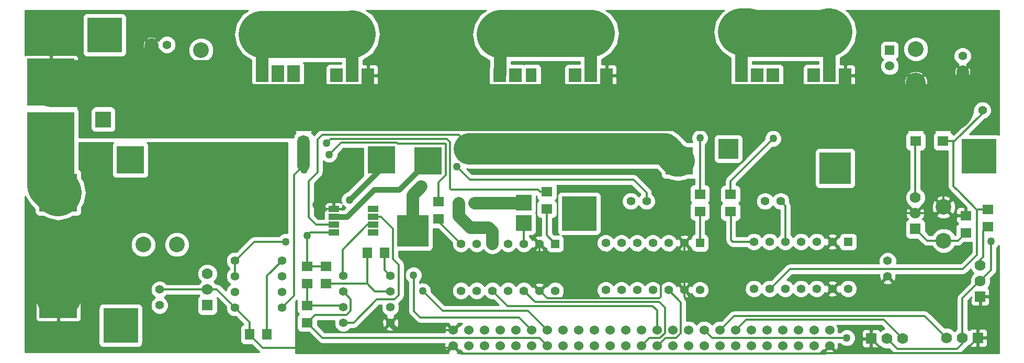
<source format=gbl>
G04 (created by PCBNEW (22-Jun-2014 BZR 4027)-stable) date lun 20 oct 2014 04:40:32 CST*
%MOIN*%
G04 Gerber Fmt 3.4, Leading zero omitted, Abs format*
%FSLAX34Y34*%
G01*
G70*
G90*
G04 APERTURE LIST*
%ADD10C,0.00590551*%
%ADD11R,0.06X0.06*%
%ADD12C,0.06*%
%ADD13R,0.3X0.3*%
%ADD14R,0.24X0.24*%
%ADD15R,0.175X0.175*%
%ADD16R,0.2X0.2*%
%ADD17R,0.125X0.125*%
%ADD18R,0.1X0.1*%
%ADD19R,0.22X0.22*%
%ADD20C,0.055*%
%ADD21R,0.071X0.063*%
%ADD22R,0.063X0.071*%
%ADD23R,0.07X0.07*%
%ADD24C,0.07*%
%ADD25R,0.055X0.055*%
%ADD26C,0.1*%
%ADD27R,0.08X0.09*%
%ADD28R,0.07X0.09*%
%ADD29R,0.08X0.11*%
%ADD30R,0.065X0.04*%
%ADD31C,0.05*%
%ADD32C,0.012*%
%ADD33C,0.08*%
%ADD34C,0.3*%
%ADD35C,0.125*%
%ADD36C,0.09*%
%ADD37C,0.2*%
%ADD38C,0.035*%
%ADD39C,0.01*%
G04 APERTURE END LIST*
G54D10*
G54D11*
X106830Y-54205D03*
G54D12*
X106830Y-55205D03*
G54D13*
X53402Y-59645D03*
X53402Y-56235D03*
G54D14*
X53870Y-63280D03*
X53870Y-70080D03*
G54D15*
X58450Y-61200D03*
X74450Y-61200D03*
X77430Y-61250D03*
X93430Y-61250D03*
G54D16*
X76450Y-65740D03*
G54D17*
X96550Y-60490D03*
G54D16*
X103365Y-61730D03*
G54D18*
X83530Y-65215D03*
X83530Y-63925D03*
G54D19*
X56810Y-53230D03*
X57838Y-71764D03*
X112518Y-60956D03*
G54D20*
X112738Y-58030D03*
X111738Y-58030D03*
X98888Y-63835D03*
X99888Y-63835D03*
X80375Y-63960D03*
X79375Y-63960D03*
X60315Y-70475D03*
X60315Y-69475D03*
X90340Y-63830D03*
X91340Y-63830D03*
X106700Y-67640D03*
X106700Y-68640D03*
X111474Y-54566D03*
X111474Y-55566D03*
X60785Y-53850D03*
X59785Y-53850D03*
G54D21*
X78099Y-64964D03*
X78099Y-63864D03*
X84986Y-64328D03*
X84986Y-63228D03*
X69500Y-58930D03*
X69500Y-60030D03*
X94740Y-64480D03*
X94740Y-63380D03*
G54D22*
X73560Y-67130D03*
X74660Y-67130D03*
G54D21*
X69720Y-71590D03*
X69720Y-70490D03*
X69720Y-68000D03*
X69720Y-69100D03*
X70920Y-68000D03*
X70920Y-69100D03*
X113080Y-64350D03*
X113080Y-65450D03*
X96690Y-64504D03*
X96690Y-63404D03*
X110235Y-60010D03*
X110235Y-58910D03*
X108490Y-58910D03*
X108490Y-60010D03*
X111675Y-64750D03*
X111675Y-65850D03*
G54D22*
X67166Y-72336D03*
X66066Y-72336D03*
G54D23*
X63360Y-70465D03*
G54D24*
X63360Y-68465D03*
X63360Y-69465D03*
G54D23*
X108460Y-65600D03*
G54D24*
X108460Y-63600D03*
X108460Y-64600D03*
G54D23*
X112590Y-69925D03*
G54D24*
X112590Y-67925D03*
X112590Y-68925D03*
G54D23*
X105650Y-72600D03*
G54D24*
X107650Y-72600D03*
X106650Y-72600D03*
G54D23*
X112452Y-72556D03*
G54D24*
X110452Y-72556D03*
X111452Y-72556D03*
G54D20*
X75024Y-68605D03*
X75024Y-69605D03*
X75024Y-70605D03*
X75024Y-71605D03*
X72024Y-71605D03*
X72024Y-70605D03*
X72024Y-69605D03*
X72024Y-68605D03*
X65116Y-67624D03*
X65116Y-68624D03*
X65116Y-69624D03*
X65116Y-70624D03*
X68116Y-70624D03*
X68116Y-69624D03*
X68116Y-68624D03*
X68116Y-67624D03*
G54D25*
X85522Y-66546D03*
G54D20*
X84522Y-66546D03*
X83522Y-66546D03*
X82522Y-66546D03*
X81522Y-66546D03*
X80522Y-66546D03*
X79522Y-66546D03*
X79522Y-69546D03*
X80522Y-69546D03*
X81522Y-69546D03*
X82522Y-69546D03*
X83522Y-69546D03*
X84522Y-69546D03*
X85522Y-69546D03*
G54D25*
X94740Y-66502D03*
G54D20*
X93740Y-66502D03*
X92740Y-66502D03*
X91740Y-66502D03*
X90740Y-66502D03*
X89740Y-66502D03*
X88740Y-66502D03*
X88740Y-69502D03*
X89740Y-69502D03*
X90740Y-69502D03*
X91740Y-69502D03*
X92740Y-69502D03*
X93740Y-69502D03*
X94740Y-69502D03*
G54D25*
X104180Y-66420D03*
G54D20*
X103180Y-66420D03*
X102180Y-66420D03*
X101180Y-66420D03*
X100180Y-66420D03*
X99180Y-66420D03*
X98180Y-66420D03*
X98180Y-69420D03*
X99180Y-69420D03*
X100180Y-69420D03*
X101180Y-69420D03*
X102180Y-69420D03*
X103180Y-69420D03*
X104180Y-69420D03*
G54D12*
X79014Y-73051D03*
X79025Y-72060D03*
X84014Y-73051D03*
X80014Y-72051D03*
X85014Y-73051D03*
X81014Y-72051D03*
X86014Y-73051D03*
X82014Y-72051D03*
X87014Y-73051D03*
X83014Y-72051D03*
X88014Y-73051D03*
X84014Y-72051D03*
X89014Y-73051D03*
X85014Y-72051D03*
X90014Y-73051D03*
X86014Y-72051D03*
X91014Y-73051D03*
X87014Y-72051D03*
X92014Y-73051D03*
X88014Y-72051D03*
X93014Y-73051D03*
X89014Y-72051D03*
X94014Y-73051D03*
X90014Y-72051D03*
X91014Y-72051D03*
X95014Y-73051D03*
X92014Y-72051D03*
X94014Y-72051D03*
X95014Y-72051D03*
X96014Y-72051D03*
X97014Y-72051D03*
X96014Y-73051D03*
X97014Y-73051D03*
X80014Y-73051D03*
X81014Y-73051D03*
X82014Y-73051D03*
X83014Y-73051D03*
X98014Y-73051D03*
X98014Y-72051D03*
X93014Y-72051D03*
X99014Y-73051D03*
X99014Y-72051D03*
X100014Y-73051D03*
X100014Y-72051D03*
X101014Y-73051D03*
X101014Y-72051D03*
X102014Y-73051D03*
X102014Y-72051D03*
X103014Y-73051D03*
X103014Y-72051D03*
G54D26*
X62964Y-54194D03*
X62964Y-56334D03*
X61420Y-66610D03*
X59280Y-66610D03*
X108500Y-54125D03*
X108500Y-56265D03*
X110260Y-66350D03*
X110260Y-64210D03*
G54D27*
X104000Y-55800D03*
X102000Y-55800D03*
X103000Y-55800D03*
X88800Y-55800D03*
X86800Y-55800D03*
X87800Y-55800D03*
X73600Y-55800D03*
X71600Y-55800D03*
X72600Y-55800D03*
X82000Y-55800D03*
G54D28*
X84000Y-55800D03*
G54D27*
X83000Y-55800D03*
X97400Y-55800D03*
X99400Y-55800D03*
X98400Y-55800D03*
G54D29*
X66850Y-55700D03*
X68850Y-55700D03*
X67850Y-55700D03*
G54D18*
X56737Y-58627D03*
X56739Y-57110D03*
G54D30*
X73910Y-65830D03*
X73910Y-65330D03*
X73910Y-64830D03*
X73910Y-64330D03*
X71410Y-64330D03*
X71410Y-64830D03*
X71410Y-65330D03*
X71410Y-65830D03*
G54D10*
G36*
X85945Y-65720D02*
X85945Y-63520D01*
X88145Y-63520D01*
X88145Y-65720D01*
X85945Y-65720D01*
X85945Y-65720D01*
G37*
G54D31*
X66374Y-61732D03*
X113302Y-66395D03*
X70278Y-64068D03*
X104097Y-72555D03*
X76500Y-68550D03*
X72420Y-63750D03*
X77000Y-62910D03*
X69533Y-61821D03*
X77072Y-69561D03*
X79254Y-61641D03*
X68341Y-66423D03*
X69737Y-66012D03*
X99405Y-59835D03*
X94738Y-59801D03*
X71124Y-60860D03*
X70960Y-60130D03*
G54D32*
X68116Y-67624D02*
X68116Y-67654D01*
X68116Y-67654D02*
X67166Y-68604D01*
X71980Y-67615D02*
X71980Y-68561D01*
X71980Y-68561D02*
X72024Y-68605D01*
X71980Y-67615D02*
X71980Y-66914D01*
X71980Y-66914D02*
X73564Y-65330D01*
X73908Y-65352D02*
X73564Y-65330D01*
X67166Y-68604D02*
X67166Y-72336D01*
G54D33*
X66407Y-61765D02*
X66407Y-61787D01*
X66374Y-61732D02*
X66407Y-61765D01*
G54D34*
X64228Y-64216D02*
X64228Y-63966D01*
X64228Y-63966D02*
X66407Y-61787D01*
X64138Y-64216D02*
X64228Y-64216D01*
X64123Y-64231D02*
X64138Y-64216D01*
X58060Y-64230D02*
X62458Y-64230D01*
X62458Y-64230D02*
X64123Y-64231D01*
X53870Y-68420D02*
X58060Y-64230D01*
X53880Y-69790D02*
X53870Y-68420D01*
X66407Y-61787D02*
X66484Y-61710D01*
G54D32*
X113302Y-68215D02*
X113302Y-66395D01*
X112592Y-68925D02*
X113302Y-68215D01*
X112592Y-68925D02*
X112590Y-68925D01*
X108460Y-60040D02*
X108490Y-60010D01*
X108450Y-60050D02*
X108490Y-60010D01*
X111452Y-72556D02*
X111452Y-72935D01*
X107310Y-73260D02*
X106650Y-72600D01*
X111127Y-73260D02*
X107310Y-73260D01*
X111452Y-72935D02*
X111127Y-73260D01*
X112590Y-68925D02*
X112564Y-68925D01*
X112564Y-68925D02*
X111452Y-70037D01*
X111452Y-70037D02*
X111452Y-72556D01*
X108460Y-63600D02*
X108460Y-60040D01*
G54D33*
X88800Y-55800D02*
X88800Y-56551D01*
X88800Y-56551D02*
X90119Y-57870D01*
X104000Y-55800D02*
X104000Y-56630D01*
X104000Y-56630D02*
X105231Y-57861D01*
G54D32*
X103190Y-66420D02*
X105010Y-64600D01*
X103190Y-66420D02*
X103180Y-66420D01*
X109870Y-64600D02*
X110260Y-64210D01*
X110260Y-64210D02*
X110260Y-63520D01*
X110260Y-63520D02*
X109450Y-62710D01*
X109450Y-62710D02*
X109450Y-57775D01*
X109450Y-57215D02*
X108500Y-56265D01*
X71410Y-64330D02*
X70540Y-64330D01*
X70540Y-64330D02*
X70278Y-64068D01*
G54D33*
X111474Y-55566D02*
X111474Y-56036D01*
X111474Y-56036D02*
X109649Y-57861D01*
G54D35*
X108500Y-56265D02*
X108500Y-56712D01*
X108500Y-56712D02*
X109649Y-57861D01*
G54D34*
X102389Y-57861D02*
X105231Y-57861D01*
X105231Y-57861D02*
X109649Y-57861D01*
X109649Y-57861D02*
X110700Y-57870D01*
X110700Y-57870D02*
X110721Y-57849D01*
G54D32*
X111675Y-64750D02*
X110800Y-64750D01*
X110800Y-64750D02*
X110260Y-64210D01*
X103180Y-66420D02*
X103180Y-66425D01*
X102286Y-67319D02*
X93870Y-67319D01*
X93870Y-67319D02*
X93740Y-67189D01*
X93740Y-67189D02*
X93740Y-66502D01*
X103180Y-66425D02*
X102286Y-67319D01*
X66066Y-72336D02*
X66066Y-71574D01*
X66066Y-71574D02*
X65116Y-70624D01*
X65116Y-70624D02*
X65116Y-70621D01*
X63960Y-69465D02*
X63360Y-69465D01*
X65116Y-70621D02*
X63960Y-69465D01*
X60315Y-69475D02*
X63350Y-69475D01*
X63350Y-69475D02*
X63360Y-69465D01*
X66066Y-72336D02*
X66066Y-72351D01*
X66066Y-72351D02*
X66893Y-73178D01*
X103180Y-69420D02*
X103151Y-69420D01*
X93960Y-70016D02*
X93839Y-70016D01*
X102555Y-70016D02*
X93960Y-70016D01*
X93839Y-70016D02*
X93740Y-69917D01*
X93740Y-69917D02*
X93740Y-69502D01*
X103151Y-69420D02*
X102555Y-70016D01*
X103014Y-73051D02*
X103014Y-73064D01*
X103014Y-73064D02*
X102531Y-73548D01*
X84522Y-69546D02*
X84554Y-69546D01*
X84554Y-69546D02*
X85030Y-70022D01*
X105650Y-72600D02*
X105650Y-72610D01*
X105650Y-72610D02*
X106561Y-73521D01*
X106130Y-73521D02*
X102780Y-73521D01*
X102780Y-73521D02*
X102753Y-73548D01*
X79511Y-73548D02*
X79014Y-73051D01*
X102531Y-73548D02*
X79511Y-73548D01*
X102753Y-73548D02*
X102531Y-73548D01*
X78887Y-73178D02*
X79014Y-73051D01*
X66893Y-73178D02*
X78887Y-73178D01*
X75024Y-71605D02*
X75024Y-71814D01*
X75270Y-72060D02*
X79025Y-72060D01*
X75024Y-71814D02*
X75270Y-72060D01*
X93740Y-68967D02*
X93740Y-69502D01*
X93520Y-68747D02*
X93740Y-68967D01*
X92512Y-68747D02*
X93520Y-68747D01*
X92250Y-69009D02*
X92512Y-68747D01*
X92250Y-69940D02*
X92250Y-69009D01*
X92167Y-70022D02*
X92250Y-69940D01*
X85030Y-70022D02*
X92167Y-70022D01*
X70534Y-64330D02*
X70266Y-64062D01*
X70278Y-64068D02*
X70272Y-64062D01*
X70272Y-64062D02*
X70266Y-64062D01*
X111487Y-73521D02*
X112452Y-72556D01*
X106561Y-73521D02*
X111487Y-73521D01*
X106130Y-73521D02*
X106561Y-73521D01*
X93740Y-66502D02*
X93740Y-67141D01*
X84522Y-67246D02*
X84522Y-66546D01*
X84626Y-67350D02*
X84522Y-67246D01*
X93531Y-67350D02*
X84626Y-67350D01*
X93740Y-67141D02*
X93531Y-67350D01*
G54D33*
X102389Y-57861D02*
X102380Y-57870D01*
G54D34*
X73590Y-57870D02*
X87090Y-57870D01*
X87090Y-57870D02*
X90119Y-57870D01*
X90119Y-57870D02*
X102380Y-57870D01*
G54D36*
X59785Y-53850D02*
X59785Y-54815D01*
X59785Y-54815D02*
X58266Y-56334D01*
G54D34*
X73590Y-57870D02*
X70448Y-57870D01*
X70448Y-57870D02*
X65700Y-57870D01*
X53501Y-56334D02*
X53402Y-56235D01*
X64164Y-56334D02*
X58266Y-56334D01*
X58266Y-56334D02*
X53501Y-56334D01*
X65700Y-57870D02*
X64164Y-56334D01*
G54D33*
X73600Y-55800D02*
X73590Y-57870D01*
X73590Y-57870D02*
X73595Y-57875D01*
G54D32*
X108460Y-64600D02*
X105010Y-64600D01*
X108460Y-64600D02*
X109870Y-64600D01*
X98180Y-66420D02*
X96830Y-66420D01*
X96710Y-64524D02*
X96690Y-64504D01*
X96710Y-66300D02*
X96710Y-64524D01*
X96830Y-66420D02*
X96710Y-66300D01*
X94740Y-66502D02*
X94740Y-64480D01*
X112590Y-67925D02*
X112590Y-67590D01*
X112800Y-65730D02*
X113080Y-65450D01*
X112800Y-67380D02*
X112800Y-65730D01*
X112590Y-67590D02*
X112800Y-67380D01*
X95014Y-72051D02*
X95014Y-72054D01*
X95014Y-72054D02*
X95514Y-72554D01*
X104096Y-72554D02*
X104097Y-72555D01*
X95514Y-72554D02*
X104096Y-72554D01*
X84546Y-70263D02*
X84239Y-70263D01*
X84239Y-70263D02*
X83522Y-69546D01*
X91510Y-72555D02*
X91014Y-73051D01*
X92204Y-72555D02*
X91510Y-72555D01*
X92512Y-72247D02*
X92204Y-72555D01*
X92512Y-70627D02*
X92512Y-72247D01*
X92148Y-70263D02*
X92512Y-70627D01*
X84546Y-70263D02*
X92148Y-70263D01*
X92014Y-73051D02*
X92047Y-73051D01*
X92542Y-72556D02*
X93206Y-72556D01*
X92047Y-73051D02*
X92542Y-72556D01*
X93515Y-70277D02*
X92740Y-69502D01*
X93206Y-72556D02*
X93515Y-72247D01*
X93515Y-72247D02*
X93515Y-70277D01*
X71410Y-65330D02*
X70280Y-65330D01*
X70280Y-65330D02*
X69820Y-64870D01*
X79387Y-59577D02*
X80305Y-60495D01*
X70686Y-59577D02*
X79387Y-59577D01*
X70378Y-59885D02*
X70686Y-59577D01*
X70378Y-61996D02*
X70378Y-59885D01*
X69820Y-62554D02*
X70378Y-61996D01*
X69820Y-64870D02*
X69820Y-62554D01*
X70280Y-65330D02*
X69820Y-64870D01*
X87516Y-60495D02*
X87516Y-60940D01*
X87516Y-60940D02*
X87516Y-60495D01*
G54D37*
X93430Y-61250D02*
X93269Y-61250D01*
X92514Y-60495D02*
X87516Y-60495D01*
X93269Y-61250D02*
X92514Y-60495D01*
X87516Y-60495D02*
X80305Y-60495D01*
X80305Y-60495D02*
X80055Y-60495D01*
G54D32*
X107930Y-71150D02*
X109046Y-71150D01*
X107930Y-71150D02*
X96915Y-71150D01*
X96915Y-71150D02*
X96014Y-72051D01*
X109046Y-71150D02*
X110452Y-72556D01*
X74660Y-67130D02*
X74660Y-68241D01*
X74660Y-68241D02*
X75024Y-68605D01*
X83216Y-71253D02*
X84014Y-72051D01*
X76923Y-71253D02*
X83216Y-71253D01*
X76515Y-70845D02*
X76923Y-71253D01*
X76515Y-68565D02*
X76515Y-70845D01*
X76500Y-68550D02*
X76515Y-68565D01*
X73560Y-68855D02*
X73560Y-69041D01*
X73560Y-69041D02*
X73501Y-69100D01*
X73290Y-69100D02*
X73501Y-69100D01*
X73501Y-69100D02*
X73530Y-69100D01*
X73530Y-69100D02*
X73540Y-69110D01*
X74035Y-69605D02*
X75024Y-69605D01*
X74035Y-69605D02*
X73540Y-69110D01*
X72551Y-69100D02*
X73290Y-69100D01*
X73560Y-67130D02*
X73560Y-68855D01*
X70920Y-69100D02*
X72551Y-69100D01*
X84986Y-64328D02*
X84986Y-66010D01*
X84986Y-66010D02*
X85522Y-66546D01*
X75180Y-66688D02*
X75180Y-65580D01*
X75180Y-65580D02*
X74595Y-64995D01*
X75560Y-68153D02*
X75560Y-67892D01*
X75180Y-67512D02*
X75180Y-66688D01*
X75560Y-67892D02*
X75180Y-67512D01*
X75128Y-70110D02*
X75276Y-70110D01*
X74595Y-64995D02*
X74430Y-64830D01*
X74430Y-64830D02*
X73910Y-64830D01*
X75560Y-69826D02*
X75560Y-68153D01*
X75276Y-70110D02*
X75560Y-69826D01*
X72024Y-71605D02*
X72675Y-71605D01*
X74170Y-70110D02*
X75128Y-70110D01*
X72675Y-71605D02*
X74170Y-70110D01*
X72024Y-71605D02*
X72024Y-71511D01*
X69720Y-71590D02*
X69726Y-71590D01*
X72501Y-70082D02*
X72024Y-69605D01*
X72501Y-70825D02*
X72501Y-70082D01*
X72216Y-71110D02*
X72501Y-70825D01*
X70206Y-71110D02*
X72216Y-71110D01*
X69726Y-71590D02*
X70206Y-71110D01*
X71955Y-72552D02*
X70682Y-72552D01*
X71955Y-72552D02*
X84515Y-72552D01*
X84515Y-72552D02*
X85014Y-73051D01*
X70682Y-72552D02*
X69720Y-71590D01*
X69720Y-69100D02*
X69720Y-70490D01*
X69720Y-70490D02*
X71909Y-70490D01*
X71909Y-70490D02*
X72024Y-70605D01*
X78099Y-64964D02*
X78099Y-65123D01*
X78099Y-65123D02*
X79522Y-66546D01*
G54D33*
X80375Y-63960D02*
X83495Y-63960D01*
X83495Y-63960D02*
X83530Y-63925D01*
G54D32*
X104107Y-71393D02*
X106443Y-71393D01*
X106443Y-71393D02*
X107650Y-72600D01*
X97672Y-71393D02*
X97014Y-72051D01*
X104107Y-71393D02*
X97672Y-71393D01*
G54D38*
X72420Y-63750D02*
X74450Y-61735D01*
X74450Y-61735D02*
X74450Y-61200D01*
G54D33*
X76450Y-65740D02*
X76450Y-63460D01*
X76450Y-63460D02*
X77000Y-62910D01*
X103000Y-55800D02*
X103000Y-53258D01*
X103000Y-53258D02*
X102872Y-53130D01*
G54D34*
X97400Y-53030D02*
X97825Y-53030D01*
X102872Y-53130D02*
X102960Y-53042D01*
X97925Y-53130D02*
X102872Y-53130D01*
X97825Y-53030D02*
X97925Y-53130D01*
G54D33*
X97400Y-55800D02*
X97400Y-53030D01*
X97400Y-53030D02*
X97395Y-53025D01*
G54D32*
X100180Y-66420D02*
X100180Y-64127D01*
X100180Y-64127D02*
X99888Y-63835D01*
X68116Y-70624D02*
X68116Y-70614D01*
X68116Y-70614D02*
X68880Y-69850D01*
X68880Y-62174D02*
X69503Y-61551D01*
X68880Y-69850D02*
X68880Y-62174D01*
G54D33*
X69500Y-61548D02*
X69500Y-60030D01*
X69503Y-61551D02*
X69500Y-61548D01*
G54D32*
X82020Y-70830D02*
X78350Y-70830D01*
X78350Y-70830D02*
X77760Y-70240D01*
X85014Y-72051D02*
X85007Y-72051D01*
X85007Y-72051D02*
X83786Y-70830D01*
X77072Y-69561D02*
X77751Y-70240D01*
X77751Y-70240D02*
X77760Y-70240D01*
X82020Y-70830D02*
X83786Y-70830D01*
G54D33*
X79375Y-63960D02*
X79375Y-64794D01*
X79375Y-64794D02*
X80116Y-65535D01*
X80116Y-65535D02*
X81300Y-65535D01*
X81300Y-65535D02*
X81522Y-65757D01*
X81522Y-65757D02*
X81522Y-66546D01*
X72600Y-55800D02*
X72600Y-53185D01*
X72600Y-53185D02*
X72595Y-53180D01*
G54D34*
X66850Y-53180D02*
X72595Y-53180D01*
X72595Y-53180D02*
X72600Y-53175D01*
G54D33*
X66850Y-55700D02*
X66850Y-53180D01*
X66850Y-53180D02*
X66855Y-53175D01*
X87800Y-55800D02*
X87800Y-53140D01*
X87800Y-53140D02*
X87803Y-53137D01*
G54D38*
X71411Y-64830D02*
X72240Y-64830D01*
X75584Y-63096D02*
X77430Y-61250D01*
X73974Y-63096D02*
X75584Y-63096D01*
X72240Y-64830D02*
X73974Y-63096D01*
G54D32*
X83908Y-62468D02*
X80081Y-62468D01*
X80081Y-62468D02*
X79254Y-61641D01*
X90518Y-62468D02*
X83908Y-62468D01*
X83908Y-62468D02*
X83839Y-62468D01*
X91340Y-63830D02*
X91340Y-63290D01*
X91340Y-63290D02*
X90518Y-62468D01*
G54D34*
X82005Y-53205D02*
X82073Y-53137D01*
X87803Y-53137D02*
X87810Y-53130D01*
X82073Y-53137D02*
X87803Y-53137D01*
G54D33*
X82000Y-55800D02*
X82005Y-55795D01*
X82005Y-55795D02*
X82005Y-53205D01*
X82005Y-53205D02*
X82005Y-53190D01*
G54D34*
X53402Y-62812D02*
X53870Y-63280D01*
X53402Y-59645D02*
X53402Y-62812D01*
G54D32*
X81522Y-69546D02*
X81523Y-69546D01*
X82488Y-70511D02*
X82761Y-70511D01*
X81523Y-69546D02*
X82488Y-70511D01*
X92014Y-70797D02*
X92014Y-72051D01*
X82761Y-70511D02*
X91728Y-70511D01*
X91728Y-70511D02*
X92014Y-70797D01*
X71410Y-65830D02*
X69919Y-65830D01*
X69919Y-65830D02*
X69737Y-66012D01*
X66347Y-66423D02*
X68341Y-66423D01*
X65146Y-67624D02*
X66347Y-66423D01*
X65116Y-67624D02*
X65146Y-67624D01*
X69737Y-66012D02*
X69720Y-66029D01*
X69720Y-66029D02*
X69720Y-66031D01*
X69921Y-65830D02*
X69720Y-66031D01*
X69720Y-67466D02*
X69720Y-68000D01*
X70920Y-68000D02*
X69720Y-68000D01*
X69720Y-66031D02*
X69720Y-67466D01*
X69720Y-67466D02*
X69720Y-67475D01*
X65116Y-67624D02*
X65116Y-68624D01*
X96690Y-63404D02*
X96690Y-62550D01*
X96690Y-62550D02*
X99405Y-59835D01*
X94740Y-63380D02*
X94740Y-62820D01*
X94738Y-62818D02*
X94740Y-62818D01*
X94740Y-62820D02*
X94738Y-62818D01*
X94738Y-60329D02*
X94738Y-59801D01*
X94740Y-60331D02*
X94738Y-60329D01*
X94740Y-62818D02*
X94740Y-60331D01*
X72321Y-60109D02*
X71875Y-60109D01*
X71875Y-60109D02*
X71124Y-60860D01*
X78099Y-62615D02*
X78540Y-62174D01*
X78540Y-62174D02*
X78540Y-60200D01*
X78540Y-60200D02*
X78505Y-60165D01*
X78505Y-60165D02*
X75488Y-60165D01*
X75488Y-60165D02*
X75432Y-60109D01*
X75432Y-60109D02*
X72321Y-60109D01*
X78099Y-62615D02*
X78099Y-63864D01*
X84986Y-63228D02*
X84568Y-63228D01*
X84568Y-63228D02*
X84420Y-63080D01*
X84420Y-63080D02*
X78875Y-63080D01*
X78621Y-59857D02*
X78810Y-60046D01*
X78810Y-60046D02*
X78810Y-61767D01*
X71233Y-59857D02*
X78579Y-59857D01*
X70960Y-60130D02*
X71233Y-59857D01*
X78579Y-59857D02*
X78621Y-59857D01*
X78810Y-63015D02*
X78810Y-61767D01*
X78875Y-63080D02*
X78810Y-63015D01*
X110260Y-66350D02*
X109210Y-66350D01*
X109210Y-66350D02*
X108460Y-65600D01*
X83530Y-65215D02*
X83530Y-66538D01*
X83530Y-66538D02*
X83522Y-66546D01*
X110260Y-66350D02*
X111175Y-66350D01*
X111175Y-66350D02*
X111675Y-65850D01*
X83500Y-66524D02*
X83522Y-66546D01*
X112738Y-58030D02*
X112738Y-58237D01*
X110965Y-60010D02*
X110896Y-60010D01*
X112738Y-58237D02*
X110965Y-60010D01*
X110896Y-60010D02*
X110896Y-62886D01*
X110896Y-62886D02*
X111146Y-63136D01*
X110235Y-60010D02*
X110896Y-60010D01*
X113080Y-64350D02*
X112440Y-64350D01*
X112440Y-64350D02*
X112400Y-64390D01*
X110937Y-68153D02*
X111499Y-68153D01*
X108392Y-68153D02*
X110937Y-68153D01*
X111522Y-68130D02*
X111522Y-68128D01*
X111499Y-68153D02*
X111522Y-68130D01*
X112400Y-64390D02*
X111146Y-63136D01*
X112400Y-64750D02*
X112400Y-64390D01*
X111522Y-68128D02*
X112400Y-67250D01*
X112400Y-64750D02*
X112400Y-64770D01*
X112400Y-67250D02*
X112400Y-64770D01*
X99180Y-69420D02*
X99210Y-69420D01*
X100477Y-68153D02*
X108392Y-68153D01*
X99210Y-69420D02*
X100477Y-68153D01*
X108392Y-68153D02*
X108396Y-68157D01*
G54D10*
G36*
X68441Y-65873D02*
X68232Y-65872D01*
X68029Y-65956D01*
X67923Y-66063D01*
X66347Y-66063D01*
X66209Y-66090D01*
X66092Y-66168D01*
X65211Y-67049D01*
X65002Y-67048D01*
X64790Y-67136D01*
X64628Y-67297D01*
X64541Y-67509D01*
X64540Y-67737D01*
X64628Y-67949D01*
X64756Y-68077D01*
X64756Y-68170D01*
X64628Y-68297D01*
X64541Y-68509D01*
X64540Y-68737D01*
X64628Y-68949D01*
X64789Y-69111D01*
X64820Y-69123D01*
X64790Y-69136D01*
X64628Y-69297D01*
X64541Y-69509D01*
X64541Y-69536D01*
X64214Y-69210D01*
X64097Y-69132D01*
X63960Y-69105D01*
X63914Y-69105D01*
X63911Y-69097D01*
X63779Y-68964D01*
X63910Y-68833D01*
X64009Y-68594D01*
X64010Y-68336D01*
X63911Y-68097D01*
X63728Y-67914D01*
X63489Y-67815D01*
X63231Y-67814D01*
X62992Y-67913D01*
X62809Y-68096D01*
X62710Y-68335D01*
X62709Y-68593D01*
X62808Y-68832D01*
X62940Y-68965D01*
X62809Y-69096D01*
X62801Y-69115D01*
X62220Y-69115D01*
X62220Y-66451D01*
X62098Y-66157D01*
X61873Y-65932D01*
X61579Y-65810D01*
X61261Y-65809D01*
X60967Y-65931D01*
X60742Y-66156D01*
X60620Y-66450D01*
X60619Y-66768D01*
X60741Y-67062D01*
X60966Y-67287D01*
X61260Y-67409D01*
X61578Y-67410D01*
X61872Y-67288D01*
X62097Y-67063D01*
X62219Y-66769D01*
X62220Y-66451D01*
X62220Y-69115D01*
X60768Y-69115D01*
X60641Y-68987D01*
X60429Y-68900D01*
X60201Y-68899D01*
X60080Y-68949D01*
X60080Y-66451D01*
X59958Y-66157D01*
X59733Y-65932D01*
X59439Y-65810D01*
X59121Y-65809D01*
X58827Y-65931D01*
X58602Y-66156D01*
X58480Y-66450D01*
X58479Y-66768D01*
X58601Y-67062D01*
X58826Y-67287D01*
X59120Y-67409D01*
X59438Y-67410D01*
X59732Y-67288D01*
X59957Y-67063D01*
X60079Y-66769D01*
X60080Y-66451D01*
X60080Y-68949D01*
X59989Y-68987D01*
X59827Y-69148D01*
X59740Y-69360D01*
X59739Y-69588D01*
X59827Y-69800D01*
X59988Y-69962D01*
X60019Y-69974D01*
X59989Y-69987D01*
X59827Y-70148D01*
X59740Y-70360D01*
X59739Y-70588D01*
X59827Y-70800D01*
X59988Y-70962D01*
X60200Y-71049D01*
X60428Y-71050D01*
X60640Y-70962D01*
X60802Y-70801D01*
X60889Y-70589D01*
X60890Y-70361D01*
X60802Y-70149D01*
X60641Y-69987D01*
X60610Y-69975D01*
X60640Y-69962D01*
X60768Y-69835D01*
X62810Y-69835D01*
X62838Y-69862D01*
X62755Y-69944D01*
X62710Y-70055D01*
X62709Y-70174D01*
X62709Y-70874D01*
X62755Y-70984D01*
X62839Y-71069D01*
X62950Y-71114D01*
X63069Y-71115D01*
X63769Y-71115D01*
X63879Y-71069D01*
X63964Y-70985D01*
X64009Y-70874D01*
X64010Y-70755D01*
X64010Y-70055D01*
X63987Y-70002D01*
X64541Y-70555D01*
X64540Y-70737D01*
X64628Y-70949D01*
X64789Y-71111D01*
X65001Y-71198D01*
X65181Y-71199D01*
X65671Y-71689D01*
X65581Y-71726D01*
X65496Y-71810D01*
X65451Y-71921D01*
X65450Y-72040D01*
X65450Y-72750D01*
X65496Y-72860D01*
X65580Y-72945D01*
X65691Y-72990D01*
X65810Y-72991D01*
X66196Y-72991D01*
X66638Y-73432D01*
X66638Y-73432D01*
X66667Y-73452D01*
X59238Y-73452D01*
X59238Y-72804D01*
X59238Y-70604D01*
X59192Y-70494D01*
X59108Y-70409D01*
X58997Y-70364D01*
X58878Y-70363D01*
X56678Y-70363D01*
X56568Y-70409D01*
X56483Y-70493D01*
X56438Y-70604D01*
X56437Y-70723D01*
X56437Y-72923D01*
X56483Y-73033D01*
X56567Y-73118D01*
X56678Y-73163D01*
X56797Y-73164D01*
X58997Y-73164D01*
X59107Y-73118D01*
X59192Y-73034D01*
X59237Y-72923D01*
X59238Y-72804D01*
X59238Y-73452D01*
X55320Y-73452D01*
X55320Y-71329D01*
X55320Y-68830D01*
X55282Y-68738D01*
X55211Y-68668D01*
X55119Y-68630D01*
X55020Y-68629D01*
X53982Y-68630D01*
X53920Y-68692D01*
X53920Y-70030D01*
X55257Y-70030D01*
X55320Y-69967D01*
X55320Y-68830D01*
X55320Y-71329D01*
X55320Y-70192D01*
X55257Y-70130D01*
X53920Y-70130D01*
X53920Y-71467D01*
X53982Y-71530D01*
X55020Y-71530D01*
X55119Y-71529D01*
X55211Y-71491D01*
X55282Y-71421D01*
X55320Y-71329D01*
X55320Y-73452D01*
X53820Y-73452D01*
X53820Y-71467D01*
X53820Y-70130D01*
X53820Y-70030D01*
X53820Y-68692D01*
X53757Y-68630D01*
X52719Y-68629D01*
X52620Y-68630D01*
X52528Y-68668D01*
X52457Y-68738D01*
X52419Y-68830D01*
X52420Y-69967D01*
X52482Y-70030D01*
X53820Y-70030D01*
X53820Y-70130D01*
X52482Y-70130D01*
X52420Y-70192D01*
X52419Y-71329D01*
X52457Y-71421D01*
X52528Y-71491D01*
X52620Y-71529D01*
X52719Y-71530D01*
X53757Y-71530D01*
X53820Y-71467D01*
X53820Y-73452D01*
X51758Y-73452D01*
X51759Y-63531D01*
X52129Y-64084D01*
X52369Y-64325D01*
X52369Y-64539D01*
X52415Y-64649D01*
X52499Y-64734D01*
X52610Y-64779D01*
X52729Y-64780D01*
X52937Y-64780D01*
X53181Y-64942D01*
X53869Y-65079D01*
X54558Y-64942D01*
X54802Y-64780D01*
X55129Y-64780D01*
X55239Y-64734D01*
X55324Y-64650D01*
X55369Y-64539D01*
X55370Y-64420D01*
X55370Y-64212D01*
X55532Y-63968D01*
X55669Y-63279D01*
X55532Y-62591D01*
X55370Y-62347D01*
X55370Y-62020D01*
X55324Y-61910D01*
X55240Y-61825D01*
X55202Y-61809D01*
X55202Y-61145D01*
X55202Y-61085D01*
X55202Y-60110D01*
X57365Y-60110D01*
X57320Y-60154D01*
X57275Y-60265D01*
X57274Y-60384D01*
X57274Y-62134D01*
X57320Y-62244D01*
X57404Y-62329D01*
X57515Y-62374D01*
X57634Y-62375D01*
X59384Y-62375D01*
X59494Y-62329D01*
X59579Y-62245D01*
X59624Y-62134D01*
X59625Y-62015D01*
X59625Y-60265D01*
X59579Y-60155D01*
X59534Y-60110D01*
X68438Y-60110D01*
X68438Y-60333D01*
X68438Y-62061D01*
X68441Y-65873D01*
X68441Y-65873D01*
G37*
G54D39*
X68441Y-65873D02*
X68232Y-65872D01*
X68029Y-65956D01*
X67923Y-66063D01*
X66347Y-66063D01*
X66209Y-66090D01*
X66092Y-66168D01*
X65211Y-67049D01*
X65002Y-67048D01*
X64790Y-67136D01*
X64628Y-67297D01*
X64541Y-67509D01*
X64540Y-67737D01*
X64628Y-67949D01*
X64756Y-68077D01*
X64756Y-68170D01*
X64628Y-68297D01*
X64541Y-68509D01*
X64540Y-68737D01*
X64628Y-68949D01*
X64789Y-69111D01*
X64820Y-69123D01*
X64790Y-69136D01*
X64628Y-69297D01*
X64541Y-69509D01*
X64541Y-69536D01*
X64214Y-69210D01*
X64097Y-69132D01*
X63960Y-69105D01*
X63914Y-69105D01*
X63911Y-69097D01*
X63779Y-68964D01*
X63910Y-68833D01*
X64009Y-68594D01*
X64010Y-68336D01*
X63911Y-68097D01*
X63728Y-67914D01*
X63489Y-67815D01*
X63231Y-67814D01*
X62992Y-67913D01*
X62809Y-68096D01*
X62710Y-68335D01*
X62709Y-68593D01*
X62808Y-68832D01*
X62940Y-68965D01*
X62809Y-69096D01*
X62801Y-69115D01*
X62220Y-69115D01*
X62220Y-66451D01*
X62098Y-66157D01*
X61873Y-65932D01*
X61579Y-65810D01*
X61261Y-65809D01*
X60967Y-65931D01*
X60742Y-66156D01*
X60620Y-66450D01*
X60619Y-66768D01*
X60741Y-67062D01*
X60966Y-67287D01*
X61260Y-67409D01*
X61578Y-67410D01*
X61872Y-67288D01*
X62097Y-67063D01*
X62219Y-66769D01*
X62220Y-66451D01*
X62220Y-69115D01*
X60768Y-69115D01*
X60641Y-68987D01*
X60429Y-68900D01*
X60201Y-68899D01*
X60080Y-68949D01*
X60080Y-66451D01*
X59958Y-66157D01*
X59733Y-65932D01*
X59439Y-65810D01*
X59121Y-65809D01*
X58827Y-65931D01*
X58602Y-66156D01*
X58480Y-66450D01*
X58479Y-66768D01*
X58601Y-67062D01*
X58826Y-67287D01*
X59120Y-67409D01*
X59438Y-67410D01*
X59732Y-67288D01*
X59957Y-67063D01*
X60079Y-66769D01*
X60080Y-66451D01*
X60080Y-68949D01*
X59989Y-68987D01*
X59827Y-69148D01*
X59740Y-69360D01*
X59739Y-69588D01*
X59827Y-69800D01*
X59988Y-69962D01*
X60019Y-69974D01*
X59989Y-69987D01*
X59827Y-70148D01*
X59740Y-70360D01*
X59739Y-70588D01*
X59827Y-70800D01*
X59988Y-70962D01*
X60200Y-71049D01*
X60428Y-71050D01*
X60640Y-70962D01*
X60802Y-70801D01*
X60889Y-70589D01*
X60890Y-70361D01*
X60802Y-70149D01*
X60641Y-69987D01*
X60610Y-69975D01*
X60640Y-69962D01*
X60768Y-69835D01*
X62810Y-69835D01*
X62838Y-69862D01*
X62755Y-69944D01*
X62710Y-70055D01*
X62709Y-70174D01*
X62709Y-70874D01*
X62755Y-70984D01*
X62839Y-71069D01*
X62950Y-71114D01*
X63069Y-71115D01*
X63769Y-71115D01*
X63879Y-71069D01*
X63964Y-70985D01*
X64009Y-70874D01*
X64010Y-70755D01*
X64010Y-70055D01*
X63987Y-70002D01*
X64541Y-70555D01*
X64540Y-70737D01*
X64628Y-70949D01*
X64789Y-71111D01*
X65001Y-71198D01*
X65181Y-71199D01*
X65671Y-71689D01*
X65581Y-71726D01*
X65496Y-71810D01*
X65451Y-71921D01*
X65450Y-72040D01*
X65450Y-72750D01*
X65496Y-72860D01*
X65580Y-72945D01*
X65691Y-72990D01*
X65810Y-72991D01*
X66196Y-72991D01*
X66638Y-73432D01*
X66638Y-73432D01*
X66667Y-73452D01*
X59238Y-73452D01*
X59238Y-72804D01*
X59238Y-70604D01*
X59192Y-70494D01*
X59108Y-70409D01*
X58997Y-70364D01*
X58878Y-70363D01*
X56678Y-70363D01*
X56568Y-70409D01*
X56483Y-70493D01*
X56438Y-70604D01*
X56437Y-70723D01*
X56437Y-72923D01*
X56483Y-73033D01*
X56567Y-73118D01*
X56678Y-73163D01*
X56797Y-73164D01*
X58997Y-73164D01*
X59107Y-73118D01*
X59192Y-73034D01*
X59237Y-72923D01*
X59238Y-72804D01*
X59238Y-73452D01*
X55320Y-73452D01*
X55320Y-71329D01*
X55320Y-68830D01*
X55282Y-68738D01*
X55211Y-68668D01*
X55119Y-68630D01*
X55020Y-68629D01*
X53982Y-68630D01*
X53920Y-68692D01*
X53920Y-70030D01*
X55257Y-70030D01*
X55320Y-69967D01*
X55320Y-68830D01*
X55320Y-71329D01*
X55320Y-70192D01*
X55257Y-70130D01*
X53920Y-70130D01*
X53920Y-71467D01*
X53982Y-71530D01*
X55020Y-71530D01*
X55119Y-71529D01*
X55211Y-71491D01*
X55282Y-71421D01*
X55320Y-71329D01*
X55320Y-73452D01*
X53820Y-73452D01*
X53820Y-71467D01*
X53820Y-70130D01*
X53820Y-70030D01*
X53820Y-68692D01*
X53757Y-68630D01*
X52719Y-68629D01*
X52620Y-68630D01*
X52528Y-68668D01*
X52457Y-68738D01*
X52419Y-68830D01*
X52420Y-69967D01*
X52482Y-70030D01*
X53820Y-70030D01*
X53820Y-70130D01*
X52482Y-70130D01*
X52420Y-70192D01*
X52419Y-71329D01*
X52457Y-71421D01*
X52528Y-71491D01*
X52620Y-71529D01*
X52719Y-71530D01*
X53757Y-71530D01*
X53820Y-71467D01*
X53820Y-73452D01*
X51758Y-73452D01*
X51759Y-63531D01*
X52129Y-64084D01*
X52369Y-64325D01*
X52369Y-64539D01*
X52415Y-64649D01*
X52499Y-64734D01*
X52610Y-64779D01*
X52729Y-64780D01*
X52937Y-64780D01*
X53181Y-64942D01*
X53869Y-65079D01*
X54558Y-64942D01*
X54802Y-64780D01*
X55129Y-64780D01*
X55239Y-64734D01*
X55324Y-64650D01*
X55369Y-64539D01*
X55370Y-64420D01*
X55370Y-64212D01*
X55532Y-63968D01*
X55669Y-63279D01*
X55532Y-62591D01*
X55370Y-62347D01*
X55370Y-62020D01*
X55324Y-61910D01*
X55240Y-61825D01*
X55202Y-61809D01*
X55202Y-61145D01*
X55202Y-61085D01*
X55202Y-60110D01*
X57365Y-60110D01*
X57320Y-60154D01*
X57275Y-60265D01*
X57274Y-60384D01*
X57274Y-62134D01*
X57320Y-62244D01*
X57404Y-62329D01*
X57515Y-62374D01*
X57634Y-62375D01*
X59384Y-62375D01*
X59494Y-62329D01*
X59579Y-62245D01*
X59624Y-62134D01*
X59625Y-62015D01*
X59625Y-60265D01*
X59579Y-60155D01*
X59534Y-60110D01*
X68438Y-60110D01*
X68438Y-60333D01*
X68438Y-62061D01*
X68441Y-65873D01*
G54D10*
G36*
X73303Y-62203D02*
X72291Y-63207D01*
X72108Y-63283D01*
X71954Y-63438D01*
X71870Y-63640D01*
X71869Y-63858D01*
X71906Y-63948D01*
X71876Y-63918D01*
X71784Y-63880D01*
X71685Y-63879D01*
X71522Y-63880D01*
X71460Y-63942D01*
X71460Y-64280D01*
X71922Y-64280D01*
X71985Y-64217D01*
X71985Y-64092D01*
X72108Y-64215D01*
X72160Y-64237D01*
X72043Y-64355D01*
X71855Y-64355D01*
X71794Y-64330D01*
X71675Y-64329D01*
X71360Y-64329D01*
X71360Y-64280D01*
X71360Y-63942D01*
X71297Y-63880D01*
X71134Y-63879D01*
X71035Y-63880D01*
X70943Y-63918D01*
X70872Y-63988D01*
X70834Y-64080D01*
X70835Y-64217D01*
X70897Y-64280D01*
X71360Y-64280D01*
X71360Y-64329D01*
X71025Y-64329D01*
X70915Y-64375D01*
X70910Y-64380D01*
X70897Y-64380D01*
X70835Y-64442D01*
X70834Y-64455D01*
X70830Y-64459D01*
X70785Y-64570D01*
X70784Y-64689D01*
X70784Y-64970D01*
X70429Y-64970D01*
X70180Y-64720D01*
X70180Y-62703D01*
X70632Y-62250D01*
X70632Y-62250D01*
X70671Y-62192D01*
X70710Y-62133D01*
X70710Y-62133D01*
X70737Y-61996D01*
X70738Y-61996D01*
X70738Y-61251D01*
X70812Y-61325D01*
X71014Y-61409D01*
X71232Y-61410D01*
X71435Y-61326D01*
X71589Y-61171D01*
X71673Y-60969D01*
X71674Y-60819D01*
X72024Y-60469D01*
X72321Y-60469D01*
X73274Y-60469D01*
X73274Y-62134D01*
X73303Y-62203D01*
X73303Y-62203D01*
G37*
G54D39*
X73303Y-62203D02*
X72291Y-63207D01*
X72108Y-63283D01*
X71954Y-63438D01*
X71870Y-63640D01*
X71869Y-63858D01*
X71906Y-63948D01*
X71876Y-63918D01*
X71784Y-63880D01*
X71685Y-63879D01*
X71522Y-63880D01*
X71460Y-63942D01*
X71460Y-64280D01*
X71922Y-64280D01*
X71985Y-64217D01*
X71985Y-64092D01*
X72108Y-64215D01*
X72160Y-64237D01*
X72043Y-64355D01*
X71855Y-64355D01*
X71794Y-64330D01*
X71675Y-64329D01*
X71360Y-64329D01*
X71360Y-64280D01*
X71360Y-63942D01*
X71297Y-63880D01*
X71134Y-63879D01*
X71035Y-63880D01*
X70943Y-63918D01*
X70872Y-63988D01*
X70834Y-64080D01*
X70835Y-64217D01*
X70897Y-64280D01*
X71360Y-64280D01*
X71360Y-64329D01*
X71025Y-64329D01*
X70915Y-64375D01*
X70910Y-64380D01*
X70897Y-64380D01*
X70835Y-64442D01*
X70834Y-64455D01*
X70830Y-64459D01*
X70785Y-64570D01*
X70784Y-64689D01*
X70784Y-64970D01*
X70429Y-64970D01*
X70180Y-64720D01*
X70180Y-62703D01*
X70632Y-62250D01*
X70632Y-62250D01*
X70671Y-62192D01*
X70710Y-62133D01*
X70710Y-62133D01*
X70737Y-61996D01*
X70738Y-61996D01*
X70738Y-61251D01*
X70812Y-61325D01*
X71014Y-61409D01*
X71232Y-61410D01*
X71435Y-61326D01*
X71589Y-61171D01*
X71673Y-60969D01*
X71674Y-60819D01*
X72024Y-60469D01*
X72321Y-60469D01*
X73274Y-60469D01*
X73274Y-62134D01*
X73303Y-62203D01*
G54D10*
G36*
X79648Y-73534D02*
X79298Y-73534D01*
X79302Y-73532D01*
X79329Y-73437D01*
X79014Y-73122D01*
X78699Y-73437D01*
X78726Y-73532D01*
X78730Y-73534D01*
X68992Y-73534D01*
X68998Y-70240D01*
X69065Y-70174D01*
X69064Y-70234D01*
X69064Y-70864D01*
X69110Y-70974D01*
X69175Y-71040D01*
X69110Y-71104D01*
X69065Y-71215D01*
X69064Y-71334D01*
X69064Y-71964D01*
X69110Y-72074D01*
X69194Y-72159D01*
X69305Y-72204D01*
X69424Y-72205D01*
X69825Y-72205D01*
X70427Y-72806D01*
X70427Y-72806D01*
X70544Y-72884D01*
X70682Y-72912D01*
X71955Y-72912D01*
X78480Y-72912D01*
X78459Y-72969D01*
X78470Y-73188D01*
X78533Y-73339D01*
X78628Y-73366D01*
X78943Y-73051D01*
X78938Y-73045D01*
X79008Y-72975D01*
X79014Y-72980D01*
X79020Y-72975D01*
X79090Y-73045D01*
X79085Y-73051D01*
X79400Y-73366D01*
X79485Y-73342D01*
X79505Y-73390D01*
X79648Y-73534D01*
X79648Y-73534D01*
G37*
G54D39*
X79648Y-73534D02*
X79298Y-73534D01*
X79302Y-73532D01*
X79329Y-73437D01*
X79014Y-73122D01*
X78699Y-73437D01*
X78726Y-73532D01*
X78730Y-73534D01*
X68992Y-73534D01*
X68998Y-70240D01*
X69065Y-70174D01*
X69064Y-70234D01*
X69064Y-70864D01*
X69110Y-70974D01*
X69175Y-71040D01*
X69110Y-71104D01*
X69065Y-71215D01*
X69064Y-71334D01*
X69064Y-71964D01*
X69110Y-72074D01*
X69194Y-72159D01*
X69305Y-72204D01*
X69424Y-72205D01*
X69825Y-72205D01*
X70427Y-72806D01*
X70427Y-72806D01*
X70544Y-72884D01*
X70682Y-72912D01*
X71955Y-72912D01*
X78480Y-72912D01*
X78459Y-72969D01*
X78470Y-73188D01*
X78533Y-73339D01*
X78628Y-73366D01*
X78943Y-73051D01*
X78938Y-73045D01*
X79008Y-72975D01*
X79014Y-72980D01*
X79020Y-72975D01*
X79090Y-73045D01*
X79085Y-73051D01*
X79400Y-73366D01*
X79485Y-73342D01*
X79505Y-73390D01*
X79648Y-73534D01*
G54D10*
G36*
X103090Y-72056D02*
X103020Y-72127D01*
X103014Y-72122D01*
X103008Y-72127D01*
X102938Y-72056D01*
X102943Y-72051D01*
X102938Y-72045D01*
X103008Y-71975D01*
X103014Y-71980D01*
X103020Y-71975D01*
X103090Y-72045D01*
X103085Y-72051D01*
X103090Y-72056D01*
X103090Y-72056D01*
G37*
G54D39*
X103090Y-72056D02*
X103020Y-72127D01*
X103014Y-72122D01*
X103008Y-72127D01*
X102938Y-72056D01*
X102943Y-72051D01*
X102938Y-72045D01*
X103008Y-71975D01*
X103014Y-71980D01*
X103020Y-71975D01*
X103090Y-72045D01*
X103085Y-72051D01*
X103090Y-72056D01*
G54D10*
G36*
X107084Y-73534D02*
X105600Y-73534D01*
X105600Y-73137D01*
X105600Y-72650D01*
X105600Y-72550D01*
X105600Y-72062D01*
X105537Y-72000D01*
X105349Y-71999D01*
X105250Y-72000D01*
X105158Y-72038D01*
X105087Y-72108D01*
X105049Y-72200D01*
X105050Y-72487D01*
X105112Y-72550D01*
X105600Y-72550D01*
X105600Y-72650D01*
X105112Y-72650D01*
X105050Y-72712D01*
X105049Y-72999D01*
X105087Y-73091D01*
X105158Y-73161D01*
X105250Y-73199D01*
X105349Y-73200D01*
X105537Y-73200D01*
X105600Y-73137D01*
X105600Y-73534D01*
X103298Y-73534D01*
X103302Y-73532D01*
X103329Y-73437D01*
X103014Y-73122D01*
X102699Y-73437D01*
X102726Y-73532D01*
X102730Y-73534D01*
X102380Y-73534D01*
X102522Y-73391D01*
X102543Y-73342D01*
X102628Y-73366D01*
X102943Y-73051D01*
X102938Y-73045D01*
X103008Y-72975D01*
X103014Y-72980D01*
X103020Y-72975D01*
X103090Y-73045D01*
X103085Y-73051D01*
X103400Y-73366D01*
X103495Y-73339D01*
X103569Y-73133D01*
X103558Y-72914D01*
X103558Y-72914D01*
X103678Y-72914D01*
X103785Y-73020D01*
X103987Y-73104D01*
X104205Y-73105D01*
X104408Y-73021D01*
X104562Y-72866D01*
X104646Y-72664D01*
X104647Y-72446D01*
X104563Y-72243D01*
X104408Y-72089D01*
X104206Y-72005D01*
X103988Y-72004D01*
X103785Y-72088D01*
X103680Y-72194D01*
X103547Y-72194D01*
X103569Y-72133D01*
X103558Y-71914D01*
X103495Y-71763D01*
X103459Y-71753D01*
X104107Y-71753D01*
X106293Y-71753D01*
X106499Y-71958D01*
X106282Y-72048D01*
X106215Y-72115D01*
X106212Y-72108D01*
X106141Y-72038D01*
X106049Y-72000D01*
X105950Y-71999D01*
X105762Y-72000D01*
X105700Y-72062D01*
X105700Y-72550D01*
X105707Y-72550D01*
X105707Y-72650D01*
X105700Y-72650D01*
X105700Y-73137D01*
X105762Y-73200D01*
X105950Y-73200D01*
X106049Y-73199D01*
X106141Y-73161D01*
X106212Y-73091D01*
X106215Y-73084D01*
X106281Y-73150D01*
X106520Y-73249D01*
X106778Y-73250D01*
X106787Y-73246D01*
X107055Y-73514D01*
X107055Y-73514D01*
X107084Y-73534D01*
X107084Y-73534D01*
G37*
G54D39*
X107084Y-73534D02*
X105600Y-73534D01*
X105600Y-73137D01*
X105600Y-72650D01*
X105600Y-72550D01*
X105600Y-72062D01*
X105537Y-72000D01*
X105349Y-71999D01*
X105250Y-72000D01*
X105158Y-72038D01*
X105087Y-72108D01*
X105049Y-72200D01*
X105050Y-72487D01*
X105112Y-72550D01*
X105600Y-72550D01*
X105600Y-72650D01*
X105112Y-72650D01*
X105050Y-72712D01*
X105049Y-72999D01*
X105087Y-73091D01*
X105158Y-73161D01*
X105250Y-73199D01*
X105349Y-73200D01*
X105537Y-73200D01*
X105600Y-73137D01*
X105600Y-73534D01*
X103298Y-73534D01*
X103302Y-73532D01*
X103329Y-73437D01*
X103014Y-73122D01*
X102699Y-73437D01*
X102726Y-73532D01*
X102730Y-73534D01*
X102380Y-73534D01*
X102522Y-73391D01*
X102543Y-73342D01*
X102628Y-73366D01*
X102943Y-73051D01*
X102938Y-73045D01*
X103008Y-72975D01*
X103014Y-72980D01*
X103020Y-72975D01*
X103090Y-73045D01*
X103085Y-73051D01*
X103400Y-73366D01*
X103495Y-73339D01*
X103569Y-73133D01*
X103558Y-72914D01*
X103558Y-72914D01*
X103678Y-72914D01*
X103785Y-73020D01*
X103987Y-73104D01*
X104205Y-73105D01*
X104408Y-73021D01*
X104562Y-72866D01*
X104646Y-72664D01*
X104647Y-72446D01*
X104563Y-72243D01*
X104408Y-72089D01*
X104206Y-72005D01*
X103988Y-72004D01*
X103785Y-72088D01*
X103680Y-72194D01*
X103547Y-72194D01*
X103569Y-72133D01*
X103558Y-71914D01*
X103495Y-71763D01*
X103459Y-71753D01*
X104107Y-71753D01*
X106293Y-71753D01*
X106499Y-71958D01*
X106282Y-72048D01*
X106215Y-72115D01*
X106212Y-72108D01*
X106141Y-72038D01*
X106049Y-72000D01*
X105950Y-71999D01*
X105762Y-72000D01*
X105700Y-72062D01*
X105700Y-72550D01*
X105707Y-72550D01*
X105707Y-72650D01*
X105700Y-72650D01*
X105700Y-73137D01*
X105762Y-73200D01*
X105950Y-73200D01*
X106049Y-73199D01*
X106141Y-73161D01*
X106212Y-73091D01*
X106215Y-73084D01*
X106281Y-73150D01*
X106520Y-73249D01*
X106778Y-73250D01*
X106787Y-73246D01*
X107055Y-73514D01*
X107055Y-73514D01*
X107084Y-73534D01*
G54D10*
G36*
X113794Y-59607D02*
X113788Y-59601D01*
X113677Y-59556D01*
X113558Y-59555D01*
X111928Y-59555D01*
X112898Y-58585D01*
X113063Y-58517D01*
X113225Y-58356D01*
X113312Y-58144D01*
X113313Y-57916D01*
X113225Y-57704D01*
X113064Y-57542D01*
X112852Y-57455D01*
X112624Y-57454D01*
X112412Y-57542D01*
X112250Y-57703D01*
X112213Y-57793D01*
X112198Y-57757D01*
X112105Y-57732D01*
X112049Y-57789D01*
X112049Y-54452D01*
X111961Y-54240D01*
X111800Y-54078D01*
X111588Y-53991D01*
X111360Y-53990D01*
X111148Y-54078D01*
X110986Y-54239D01*
X110899Y-54451D01*
X110898Y-54679D01*
X110986Y-54891D01*
X111147Y-55053D01*
X111237Y-55090D01*
X111201Y-55105D01*
X111176Y-55198D01*
X111474Y-55495D01*
X111771Y-55198D01*
X111746Y-55105D01*
X111707Y-55091D01*
X111799Y-55053D01*
X111961Y-54892D01*
X112048Y-54680D01*
X112049Y-54452D01*
X112049Y-57789D01*
X112035Y-57803D01*
X112035Y-57662D01*
X112010Y-57569D01*
X112003Y-57567D01*
X112003Y-55641D01*
X111992Y-55433D01*
X111934Y-55293D01*
X111841Y-55268D01*
X111544Y-55566D01*
X111841Y-55863D01*
X111934Y-55838D01*
X112003Y-55641D01*
X112003Y-57567D01*
X111813Y-57500D01*
X111771Y-57502D01*
X111771Y-55933D01*
X111474Y-55636D01*
X111403Y-55707D01*
X111403Y-55566D01*
X111106Y-55268D01*
X111013Y-55293D01*
X110944Y-55490D01*
X110955Y-55698D01*
X111013Y-55838D01*
X111106Y-55863D01*
X111403Y-55566D01*
X111403Y-55707D01*
X111176Y-55933D01*
X111201Y-56026D01*
X111398Y-56095D01*
X111606Y-56084D01*
X111746Y-56026D01*
X111771Y-55933D01*
X111771Y-57502D01*
X111605Y-57511D01*
X111465Y-57569D01*
X111440Y-57662D01*
X111738Y-57959D01*
X112035Y-57662D01*
X112035Y-57803D01*
X111808Y-58030D01*
X111814Y-58035D01*
X111743Y-58106D01*
X111738Y-58100D01*
X111667Y-58171D01*
X111667Y-58030D01*
X111370Y-57732D01*
X111277Y-57757D01*
X111208Y-57954D01*
X111219Y-58162D01*
X111277Y-58302D01*
X111370Y-58327D01*
X111667Y-58030D01*
X111667Y-58171D01*
X111440Y-58397D01*
X111465Y-58490D01*
X111662Y-58559D01*
X111870Y-58548D01*
X111950Y-58515D01*
X110872Y-59593D01*
X110844Y-59525D01*
X110760Y-59440D01*
X110737Y-59431D01*
X110802Y-59366D01*
X110840Y-59274D01*
X110840Y-58545D01*
X110802Y-58453D01*
X110731Y-58383D01*
X110639Y-58345D01*
X110540Y-58344D01*
X110347Y-58345D01*
X110285Y-58407D01*
X110285Y-58860D01*
X110777Y-58860D01*
X110840Y-58797D01*
X110840Y-58545D01*
X110840Y-59274D01*
X110840Y-59022D01*
X110777Y-58960D01*
X110285Y-58960D01*
X110285Y-58967D01*
X110185Y-58967D01*
X110185Y-58960D01*
X110185Y-58860D01*
X110185Y-58407D01*
X110122Y-58345D01*
X109929Y-58344D01*
X109830Y-58345D01*
X109738Y-58383D01*
X109667Y-58453D01*
X109629Y-58545D01*
X109630Y-58797D01*
X109692Y-58860D01*
X110185Y-58860D01*
X110185Y-58960D01*
X109692Y-58960D01*
X109630Y-59022D01*
X109629Y-59274D01*
X109667Y-59366D01*
X109732Y-59431D01*
X109710Y-59440D01*
X109625Y-59524D01*
X109580Y-59635D01*
X109579Y-59754D01*
X109579Y-60384D01*
X109625Y-60494D01*
X109709Y-60579D01*
X109820Y-60624D01*
X109939Y-60625D01*
X110536Y-60625D01*
X110536Y-62886D01*
X110563Y-63023D01*
X110641Y-63140D01*
X110891Y-63390D01*
X110891Y-63390D01*
X110891Y-63390D01*
X111736Y-64235D01*
X111725Y-64247D01*
X111725Y-64700D01*
X111732Y-64700D01*
X111732Y-64800D01*
X111725Y-64800D01*
X111725Y-64807D01*
X111625Y-64807D01*
X111625Y-64800D01*
X111625Y-64700D01*
X111625Y-64247D01*
X111562Y-64185D01*
X111369Y-64184D01*
X111270Y-64185D01*
X111178Y-64223D01*
X111107Y-64293D01*
X111069Y-64385D01*
X111070Y-64637D01*
X111132Y-64700D01*
X111625Y-64700D01*
X111625Y-64800D01*
X111132Y-64800D01*
X111070Y-64862D01*
X111069Y-65114D01*
X111107Y-65206D01*
X111172Y-65271D01*
X111150Y-65280D01*
X111065Y-65364D01*
X111020Y-65475D01*
X111019Y-65594D01*
X111019Y-65990D01*
X111013Y-65990D01*
X111013Y-64339D01*
X111005Y-64041D01*
X110906Y-63801D01*
X110790Y-63750D01*
X110719Y-63820D01*
X110719Y-63679D01*
X110668Y-63563D01*
X110389Y-63456D01*
X110091Y-63464D01*
X109851Y-63563D01*
X109800Y-63679D01*
X110260Y-64139D01*
X110719Y-63679D01*
X110719Y-63820D01*
X110330Y-64210D01*
X110790Y-64669D01*
X110906Y-64618D01*
X111013Y-64339D01*
X111013Y-65990D01*
X110976Y-65990D01*
X110938Y-65897D01*
X110719Y-65678D01*
X110719Y-64740D01*
X110260Y-64280D01*
X110189Y-64351D01*
X110189Y-64210D01*
X109729Y-63750D01*
X109613Y-63801D01*
X109506Y-64080D01*
X109514Y-64378D01*
X109613Y-64618D01*
X109729Y-64669D01*
X110189Y-64210D01*
X110189Y-64351D01*
X109800Y-64740D01*
X109851Y-64856D01*
X110130Y-64963D01*
X110428Y-64955D01*
X110668Y-64856D01*
X110719Y-64740D01*
X110719Y-65678D01*
X110713Y-65672D01*
X110419Y-65550D01*
X110101Y-65549D01*
X109807Y-65671D01*
X109582Y-65896D01*
X109543Y-65990D01*
X109359Y-65990D01*
X109300Y-65931D01*
X109300Y-53966D01*
X109178Y-53672D01*
X108953Y-53447D01*
X108659Y-53325D01*
X108341Y-53324D01*
X108047Y-53446D01*
X107822Y-53671D01*
X107700Y-53965D01*
X107699Y-54283D01*
X107821Y-54577D01*
X108046Y-54802D01*
X108340Y-54924D01*
X108658Y-54925D01*
X108952Y-54803D01*
X109177Y-54578D01*
X109299Y-54284D01*
X109300Y-53966D01*
X109300Y-65931D01*
X109253Y-65884D01*
X109253Y-56394D01*
X109245Y-56096D01*
X109146Y-55856D01*
X109030Y-55805D01*
X108959Y-55875D01*
X108959Y-55734D01*
X108908Y-55618D01*
X108629Y-55511D01*
X108331Y-55519D01*
X108091Y-55618D01*
X108040Y-55734D01*
X108500Y-56194D01*
X108959Y-55734D01*
X108959Y-55875D01*
X108570Y-56265D01*
X109030Y-56724D01*
X109146Y-56673D01*
X109253Y-56394D01*
X109253Y-65884D01*
X109145Y-65775D01*
X109145Y-60265D01*
X109145Y-59635D01*
X109099Y-59525D01*
X109015Y-59440D01*
X108992Y-59431D01*
X109057Y-59366D01*
X109095Y-59274D01*
X109095Y-58545D01*
X109057Y-58453D01*
X108986Y-58383D01*
X108959Y-58372D01*
X108959Y-56795D01*
X108500Y-56335D01*
X108429Y-56406D01*
X108429Y-56265D01*
X107969Y-55805D01*
X107853Y-55856D01*
X107746Y-56135D01*
X107754Y-56433D01*
X107853Y-56673D01*
X107969Y-56724D01*
X108429Y-56265D01*
X108429Y-56406D01*
X108040Y-56795D01*
X108091Y-56911D01*
X108370Y-57018D01*
X108668Y-57010D01*
X108908Y-56911D01*
X108959Y-56795D01*
X108959Y-58372D01*
X108894Y-58345D01*
X108795Y-58344D01*
X108602Y-58345D01*
X108540Y-58407D01*
X108540Y-58860D01*
X109032Y-58860D01*
X109095Y-58797D01*
X109095Y-58545D01*
X109095Y-59274D01*
X109095Y-59022D01*
X109032Y-58960D01*
X108540Y-58960D01*
X108540Y-58967D01*
X108440Y-58967D01*
X108440Y-58960D01*
X108440Y-58860D01*
X108440Y-58407D01*
X108377Y-58345D01*
X108184Y-58344D01*
X108085Y-58345D01*
X107993Y-58383D01*
X107922Y-58453D01*
X107884Y-58545D01*
X107885Y-58797D01*
X107947Y-58860D01*
X108440Y-58860D01*
X108440Y-58960D01*
X107947Y-58960D01*
X107885Y-59022D01*
X107884Y-59274D01*
X107922Y-59366D01*
X107987Y-59431D01*
X107965Y-59440D01*
X107880Y-59524D01*
X107835Y-59635D01*
X107834Y-59754D01*
X107834Y-60384D01*
X107880Y-60494D01*
X107964Y-60579D01*
X108075Y-60624D01*
X108100Y-60624D01*
X108100Y-63045D01*
X108092Y-63048D01*
X107909Y-63231D01*
X107810Y-63470D01*
X107809Y-63728D01*
X107908Y-63967D01*
X108091Y-64150D01*
X108114Y-64160D01*
X108108Y-64177D01*
X108460Y-64529D01*
X108811Y-64177D01*
X108805Y-64160D01*
X108827Y-64151D01*
X109010Y-63968D01*
X109109Y-63729D01*
X109110Y-63471D01*
X109011Y-63232D01*
X108828Y-63049D01*
X108820Y-63045D01*
X108820Y-60625D01*
X108904Y-60625D01*
X109014Y-60579D01*
X109099Y-60495D01*
X109144Y-60384D01*
X109145Y-60265D01*
X109145Y-65775D01*
X109110Y-65740D01*
X109110Y-65190D01*
X109064Y-65080D01*
X109064Y-65080D01*
X108980Y-64995D01*
X108888Y-64957D01*
X108882Y-64951D01*
X108982Y-64917D01*
X109064Y-64693D01*
X109054Y-64455D01*
X108982Y-64282D01*
X108882Y-64248D01*
X108530Y-64600D01*
X108536Y-64605D01*
X108465Y-64676D01*
X108460Y-64670D01*
X108454Y-64676D01*
X108389Y-64611D01*
X108383Y-64605D01*
X108389Y-64600D01*
X108037Y-64248D01*
X107937Y-64282D01*
X107855Y-64506D01*
X107865Y-64744D01*
X107937Y-64917D01*
X108037Y-64951D01*
X108031Y-64957D01*
X107940Y-64995D01*
X107855Y-65079D01*
X107810Y-65190D01*
X107809Y-65309D01*
X107809Y-66009D01*
X107855Y-66119D01*
X107939Y-66204D01*
X108050Y-66249D01*
X108169Y-66250D01*
X108600Y-66250D01*
X108955Y-66604D01*
X108955Y-66604D01*
X109072Y-66682D01*
X109209Y-66709D01*
X109210Y-66710D01*
X109543Y-66710D01*
X109581Y-66802D01*
X109806Y-67027D01*
X110100Y-67149D01*
X110418Y-67150D01*
X110712Y-67028D01*
X110937Y-66803D01*
X110976Y-66710D01*
X111175Y-66710D01*
X111175Y-66709D01*
X111312Y-66682D01*
X111312Y-66682D01*
X111429Y-66604D01*
X111569Y-66465D01*
X112040Y-66465D01*
X112040Y-67100D01*
X111347Y-67793D01*
X110937Y-67793D01*
X108392Y-67793D01*
X107430Y-67793D01*
X107430Y-55086D01*
X107338Y-54865D01*
X107252Y-54778D01*
X107299Y-54759D01*
X107384Y-54675D01*
X107429Y-54564D01*
X107430Y-54445D01*
X107430Y-53845D01*
X107384Y-53735D01*
X107300Y-53650D01*
X107189Y-53605D01*
X107070Y-53604D01*
X106470Y-53604D01*
X106360Y-53650D01*
X106275Y-53734D01*
X106230Y-53845D01*
X106229Y-53964D01*
X106229Y-54564D01*
X106275Y-54674D01*
X106359Y-54759D01*
X106407Y-54778D01*
X106321Y-54864D01*
X106230Y-55085D01*
X106229Y-55323D01*
X106321Y-55544D01*
X106489Y-55713D01*
X106710Y-55804D01*
X106948Y-55805D01*
X107169Y-55713D01*
X107338Y-55545D01*
X107429Y-55324D01*
X107430Y-55086D01*
X107430Y-67793D01*
X107259Y-67793D01*
X107274Y-67754D01*
X107275Y-67526D01*
X107187Y-67314D01*
X107026Y-67152D01*
X106814Y-67065D01*
X106586Y-67064D01*
X106374Y-67152D01*
X106212Y-67313D01*
X106125Y-67525D01*
X106124Y-67753D01*
X106141Y-67793D01*
X104755Y-67793D01*
X104755Y-66635D01*
X104755Y-66085D01*
X104709Y-65975D01*
X104665Y-65930D01*
X104665Y-62670D01*
X104665Y-60670D01*
X104650Y-60634D01*
X104650Y-56299D01*
X104650Y-55300D01*
X104612Y-55208D01*
X104541Y-55138D01*
X104449Y-55100D01*
X104350Y-55099D01*
X104112Y-55100D01*
X104050Y-55162D01*
X104050Y-55750D01*
X104587Y-55750D01*
X104650Y-55687D01*
X104650Y-55300D01*
X104650Y-56299D01*
X104650Y-55912D01*
X104587Y-55850D01*
X104050Y-55850D01*
X104050Y-56437D01*
X104112Y-56500D01*
X104350Y-56500D01*
X104449Y-56499D01*
X104541Y-56461D01*
X104612Y-56391D01*
X104650Y-56299D01*
X104650Y-60634D01*
X104619Y-60560D01*
X104535Y-60475D01*
X104424Y-60430D01*
X104305Y-60429D01*
X102305Y-60429D01*
X102195Y-60475D01*
X102110Y-60559D01*
X102065Y-60670D01*
X102064Y-60789D01*
X102064Y-62789D01*
X102110Y-62899D01*
X102194Y-62984D01*
X102305Y-63029D01*
X102424Y-63030D01*
X104424Y-63030D01*
X104534Y-62984D01*
X104619Y-62900D01*
X104664Y-62789D01*
X104665Y-62670D01*
X104665Y-65930D01*
X104625Y-65890D01*
X104514Y-65845D01*
X104395Y-65844D01*
X103845Y-65844D01*
X103735Y-65890D01*
X103650Y-65974D01*
X103605Y-66085D01*
X103605Y-66137D01*
X103547Y-66122D01*
X103477Y-66193D01*
X103477Y-66052D01*
X103452Y-65959D01*
X103255Y-65890D01*
X103047Y-65901D01*
X102907Y-65959D01*
X102882Y-66052D01*
X103180Y-66349D01*
X103477Y-66052D01*
X103477Y-66193D01*
X103250Y-66420D01*
X103547Y-66717D01*
X103604Y-66702D01*
X103604Y-66754D01*
X103650Y-66864D01*
X103734Y-66949D01*
X103845Y-66994D01*
X103964Y-66995D01*
X104514Y-66995D01*
X104624Y-66949D01*
X104709Y-66865D01*
X104754Y-66754D01*
X104755Y-66635D01*
X104755Y-67793D01*
X103477Y-67793D01*
X103477Y-66787D01*
X103180Y-66490D01*
X103109Y-66561D01*
X103109Y-66420D01*
X102812Y-66122D01*
X102719Y-66147D01*
X102705Y-66186D01*
X102667Y-66094D01*
X102506Y-65932D01*
X102294Y-65845D01*
X102066Y-65844D01*
X101854Y-65932D01*
X101692Y-66093D01*
X101680Y-66124D01*
X101667Y-66094D01*
X101506Y-65932D01*
X101294Y-65845D01*
X101066Y-65844D01*
X100854Y-65932D01*
X100692Y-66093D01*
X100680Y-66124D01*
X100667Y-66094D01*
X100540Y-65966D01*
X100540Y-64127D01*
X100539Y-64126D01*
X100512Y-63989D01*
X100462Y-63914D01*
X100463Y-63721D01*
X100375Y-63509D01*
X100214Y-63347D01*
X100002Y-63260D01*
X99774Y-63259D01*
X99562Y-63347D01*
X99400Y-63508D01*
X99388Y-63539D01*
X99375Y-63509D01*
X99214Y-63347D01*
X99002Y-63260D01*
X98774Y-63259D01*
X98562Y-63347D01*
X98400Y-63508D01*
X98313Y-63720D01*
X98312Y-63948D01*
X98400Y-64160D01*
X98561Y-64322D01*
X98773Y-64409D01*
X99001Y-64410D01*
X99213Y-64322D01*
X99375Y-64161D01*
X99387Y-64130D01*
X99400Y-64160D01*
X99561Y-64322D01*
X99773Y-64409D01*
X99820Y-64409D01*
X99820Y-65966D01*
X99692Y-66093D01*
X99680Y-66124D01*
X99667Y-66094D01*
X99506Y-65932D01*
X99294Y-65845D01*
X99066Y-65844D01*
X98854Y-65932D01*
X98692Y-66093D01*
X98680Y-66124D01*
X98667Y-66094D01*
X98506Y-65932D01*
X98294Y-65845D01*
X98066Y-65844D01*
X97854Y-65932D01*
X97726Y-66060D01*
X97070Y-66060D01*
X97070Y-65119D01*
X97104Y-65119D01*
X97214Y-65073D01*
X97299Y-64989D01*
X97344Y-64878D01*
X97345Y-64759D01*
X97345Y-64129D01*
X97299Y-64019D01*
X97234Y-63953D01*
X97299Y-63889D01*
X97344Y-63778D01*
X97345Y-63659D01*
X97345Y-63029D01*
X97299Y-62919D01*
X97215Y-62834D01*
X97104Y-62789D01*
X97050Y-62789D01*
X97050Y-62699D01*
X99364Y-60384D01*
X99513Y-60385D01*
X99716Y-60301D01*
X99870Y-60146D01*
X99954Y-59944D01*
X99955Y-59726D01*
X99871Y-59523D01*
X99716Y-59369D01*
X99514Y-59285D01*
X99296Y-59284D01*
X99093Y-59368D01*
X98939Y-59523D01*
X98855Y-59725D01*
X98854Y-59875D01*
X97475Y-61255D01*
X97475Y-61055D01*
X97475Y-59805D01*
X97429Y-59695D01*
X97345Y-59610D01*
X97234Y-59565D01*
X97115Y-59564D01*
X95865Y-59564D01*
X95755Y-59610D01*
X95670Y-59694D01*
X95625Y-59805D01*
X95624Y-59924D01*
X95624Y-61174D01*
X95670Y-61284D01*
X95754Y-61369D01*
X95865Y-61414D01*
X95984Y-61415D01*
X97234Y-61415D01*
X97344Y-61369D01*
X97429Y-61285D01*
X97474Y-61174D01*
X97475Y-61055D01*
X97475Y-61255D01*
X96435Y-62295D01*
X96357Y-62412D01*
X96330Y-62550D01*
X96330Y-62788D01*
X96275Y-62788D01*
X96165Y-62834D01*
X96080Y-62918D01*
X96035Y-63029D01*
X96034Y-63148D01*
X96034Y-63778D01*
X96080Y-63888D01*
X96145Y-63954D01*
X96080Y-64018D01*
X96035Y-64129D01*
X96034Y-64248D01*
X96034Y-64878D01*
X96080Y-64988D01*
X96164Y-65073D01*
X96275Y-65118D01*
X96350Y-65119D01*
X96350Y-66300D01*
X96377Y-66437D01*
X96455Y-66554D01*
X96575Y-66674D01*
X96575Y-66674D01*
X96633Y-66713D01*
X96692Y-66752D01*
X96692Y-66752D01*
X96830Y-66780D01*
X97726Y-66780D01*
X97853Y-66907D01*
X98065Y-66994D01*
X98293Y-66995D01*
X98505Y-66907D01*
X98667Y-66746D01*
X98679Y-66715D01*
X98692Y-66745D01*
X98853Y-66907D01*
X99065Y-66994D01*
X99293Y-66995D01*
X99505Y-66907D01*
X99667Y-66746D01*
X99679Y-66715D01*
X99692Y-66745D01*
X99853Y-66907D01*
X100065Y-66994D01*
X100293Y-66995D01*
X100505Y-66907D01*
X100667Y-66746D01*
X100679Y-66715D01*
X100692Y-66745D01*
X100853Y-66907D01*
X101065Y-66994D01*
X101293Y-66995D01*
X101505Y-66907D01*
X101667Y-66746D01*
X101679Y-66715D01*
X101692Y-66745D01*
X101853Y-66907D01*
X102065Y-66994D01*
X102293Y-66995D01*
X102505Y-66907D01*
X102667Y-66746D01*
X102704Y-66656D01*
X102719Y-66692D01*
X102812Y-66717D01*
X103109Y-66420D01*
X103109Y-66561D01*
X102882Y-66787D01*
X102907Y-66880D01*
X103104Y-66949D01*
X103312Y-66938D01*
X103452Y-66880D01*
X103477Y-66787D01*
X103477Y-67793D01*
X100477Y-67793D01*
X100339Y-67820D01*
X100222Y-67898D01*
X99275Y-68845D01*
X99066Y-68844D01*
X98854Y-68932D01*
X98692Y-69093D01*
X98680Y-69124D01*
X98667Y-69094D01*
X98506Y-68932D01*
X98294Y-68845D01*
X98066Y-68844D01*
X97854Y-68932D01*
X97692Y-69093D01*
X97605Y-69305D01*
X97604Y-69533D01*
X97692Y-69745D01*
X97853Y-69907D01*
X98065Y-69994D01*
X98293Y-69995D01*
X98505Y-69907D01*
X98667Y-69746D01*
X98679Y-69715D01*
X98692Y-69745D01*
X98853Y-69907D01*
X99065Y-69994D01*
X99293Y-69995D01*
X99505Y-69907D01*
X99667Y-69746D01*
X99679Y-69715D01*
X99692Y-69745D01*
X99853Y-69907D01*
X100065Y-69994D01*
X100293Y-69995D01*
X100505Y-69907D01*
X100667Y-69746D01*
X100679Y-69715D01*
X100692Y-69745D01*
X100853Y-69907D01*
X101065Y-69994D01*
X101293Y-69995D01*
X101505Y-69907D01*
X101667Y-69746D01*
X101679Y-69715D01*
X101692Y-69745D01*
X101853Y-69907D01*
X102065Y-69994D01*
X102293Y-69995D01*
X102505Y-69907D01*
X102667Y-69746D01*
X102704Y-69656D01*
X102719Y-69692D01*
X102812Y-69717D01*
X103109Y-69420D01*
X102812Y-69122D01*
X102719Y-69147D01*
X102705Y-69186D01*
X102667Y-69094D01*
X102506Y-68932D01*
X102294Y-68845D01*
X102066Y-68844D01*
X101854Y-68932D01*
X101692Y-69093D01*
X101680Y-69124D01*
X101667Y-69094D01*
X101506Y-68932D01*
X101294Y-68845D01*
X101066Y-68844D01*
X100854Y-68932D01*
X100692Y-69093D01*
X100680Y-69124D01*
X100667Y-69094D01*
X100506Y-68932D01*
X100294Y-68845D01*
X100294Y-68845D01*
X100626Y-68513D01*
X106188Y-68513D01*
X106170Y-68564D01*
X106181Y-68772D01*
X106239Y-68912D01*
X106332Y-68937D01*
X106629Y-68640D01*
X106623Y-68634D01*
X106694Y-68563D01*
X106700Y-68569D01*
X106705Y-68563D01*
X106776Y-68634D01*
X106770Y-68640D01*
X107067Y-68937D01*
X107160Y-68912D01*
X107229Y-68715D01*
X107218Y-68513D01*
X108375Y-68513D01*
X108396Y-68516D01*
X108416Y-68513D01*
X110937Y-68513D01*
X111499Y-68513D01*
X111499Y-68512D01*
X111636Y-68485D01*
X111636Y-68485D01*
X111753Y-68407D01*
X111776Y-68384D01*
X111776Y-68384D01*
X111780Y-68378D01*
X111780Y-68378D01*
X111988Y-68170D01*
X112038Y-68292D01*
X112170Y-68425D01*
X112039Y-68556D01*
X111940Y-68795D01*
X111939Y-69039D01*
X111197Y-69782D01*
X111119Y-69899D01*
X111092Y-70037D01*
X111092Y-72001D01*
X111084Y-72004D01*
X110951Y-72136D01*
X110820Y-72005D01*
X110581Y-71906D01*
X110323Y-71905D01*
X110314Y-71909D01*
X109300Y-70895D01*
X109183Y-70817D01*
X109046Y-70790D01*
X107930Y-70790D01*
X106997Y-70790D01*
X106997Y-69007D01*
X106700Y-68710D01*
X106402Y-69007D01*
X106427Y-69100D01*
X106624Y-69169D01*
X106832Y-69158D01*
X106972Y-69100D01*
X106997Y-69007D01*
X106997Y-70790D01*
X104755Y-70790D01*
X104755Y-69306D01*
X104667Y-69094D01*
X104506Y-68932D01*
X104294Y-68845D01*
X104066Y-68844D01*
X103854Y-68932D01*
X103692Y-69093D01*
X103655Y-69183D01*
X103640Y-69147D01*
X103547Y-69122D01*
X103477Y-69193D01*
X103477Y-69052D01*
X103452Y-68959D01*
X103255Y-68890D01*
X103047Y-68901D01*
X102907Y-68959D01*
X102882Y-69052D01*
X103180Y-69349D01*
X103477Y-69052D01*
X103477Y-69193D01*
X103250Y-69420D01*
X103547Y-69717D01*
X103640Y-69692D01*
X103654Y-69653D01*
X103692Y-69745D01*
X103853Y-69907D01*
X104065Y-69994D01*
X104293Y-69995D01*
X104505Y-69907D01*
X104667Y-69746D01*
X104754Y-69534D01*
X104755Y-69306D01*
X104755Y-70790D01*
X103477Y-70790D01*
X103477Y-69787D01*
X103180Y-69490D01*
X102882Y-69787D01*
X102907Y-69880D01*
X103104Y-69949D01*
X103312Y-69938D01*
X103452Y-69880D01*
X103477Y-69787D01*
X103477Y-70790D01*
X96915Y-70790D01*
X96778Y-70817D01*
X96719Y-70856D01*
X96661Y-70895D01*
X96105Y-71451D01*
X95895Y-71451D01*
X95675Y-71542D01*
X95514Y-71702D01*
X95354Y-71542D01*
X95315Y-71526D01*
X95315Y-69388D01*
X95227Y-69176D01*
X95066Y-69014D01*
X94854Y-68927D01*
X94626Y-68926D01*
X94414Y-69014D01*
X94252Y-69175D01*
X94215Y-69265D01*
X94200Y-69229D01*
X94107Y-69204D01*
X94037Y-69275D01*
X94037Y-69134D01*
X94037Y-66869D01*
X93740Y-66572D01*
X93669Y-66643D01*
X93669Y-66502D01*
X93372Y-66204D01*
X93279Y-66229D01*
X93265Y-66268D01*
X93227Y-66176D01*
X93066Y-66014D01*
X92854Y-65927D01*
X92626Y-65926D01*
X92414Y-66014D01*
X92252Y-66175D01*
X92240Y-66206D01*
X92227Y-66176D01*
X92066Y-66014D01*
X91854Y-65927D01*
X91626Y-65926D01*
X91414Y-66014D01*
X91252Y-66175D01*
X91240Y-66206D01*
X91227Y-66176D01*
X91066Y-66014D01*
X90854Y-65927D01*
X90626Y-65926D01*
X90414Y-66014D01*
X90252Y-66175D01*
X90240Y-66206D01*
X90227Y-66176D01*
X90066Y-66014D01*
X89854Y-65927D01*
X89626Y-65926D01*
X89414Y-66014D01*
X89252Y-66175D01*
X89240Y-66206D01*
X89227Y-66176D01*
X89066Y-66014D01*
X88854Y-65927D01*
X88626Y-65926D01*
X88414Y-66014D01*
X88252Y-66175D01*
X88165Y-66387D01*
X88164Y-66615D01*
X88252Y-66827D01*
X88413Y-66989D01*
X88625Y-67076D01*
X88853Y-67077D01*
X89065Y-66989D01*
X89227Y-66828D01*
X89239Y-66797D01*
X89252Y-66827D01*
X89413Y-66989D01*
X89625Y-67076D01*
X89853Y-67077D01*
X90065Y-66989D01*
X90227Y-66828D01*
X90239Y-66797D01*
X90252Y-66827D01*
X90413Y-66989D01*
X90625Y-67076D01*
X90853Y-67077D01*
X91065Y-66989D01*
X91227Y-66828D01*
X91239Y-66797D01*
X91252Y-66827D01*
X91413Y-66989D01*
X91625Y-67076D01*
X91853Y-67077D01*
X92065Y-66989D01*
X92227Y-66828D01*
X92239Y-66797D01*
X92252Y-66827D01*
X92413Y-66989D01*
X92625Y-67076D01*
X92853Y-67077D01*
X93065Y-66989D01*
X93227Y-66828D01*
X93264Y-66738D01*
X93279Y-66774D01*
X93372Y-66799D01*
X93669Y-66502D01*
X93669Y-66643D01*
X93442Y-66869D01*
X93467Y-66962D01*
X93664Y-67031D01*
X93872Y-67020D01*
X94012Y-66962D01*
X94037Y-66869D01*
X94037Y-69134D01*
X94012Y-69041D01*
X93815Y-68972D01*
X93607Y-68983D01*
X93467Y-69041D01*
X93442Y-69134D01*
X93740Y-69431D01*
X94037Y-69134D01*
X94037Y-69275D01*
X93810Y-69502D01*
X94107Y-69799D01*
X94200Y-69774D01*
X94214Y-69735D01*
X94252Y-69827D01*
X94413Y-69989D01*
X94625Y-70076D01*
X94853Y-70077D01*
X95065Y-69989D01*
X95227Y-69828D01*
X95314Y-69616D01*
X95315Y-69388D01*
X95315Y-71526D01*
X95134Y-71451D01*
X94895Y-71451D01*
X94675Y-71542D01*
X94514Y-71702D01*
X94354Y-71542D01*
X94134Y-71451D01*
X93895Y-71451D01*
X93875Y-71459D01*
X93875Y-70277D01*
X93847Y-70139D01*
X93771Y-70026D01*
X93872Y-70020D01*
X94012Y-69962D01*
X94037Y-69869D01*
X93740Y-69572D01*
X93734Y-69578D01*
X93663Y-69507D01*
X93669Y-69502D01*
X93372Y-69204D01*
X93279Y-69229D01*
X93265Y-69268D01*
X93227Y-69176D01*
X93066Y-69014D01*
X92854Y-68927D01*
X92626Y-68926D01*
X92414Y-69014D01*
X92252Y-69175D01*
X92240Y-69206D01*
X92227Y-69176D01*
X92066Y-69014D01*
X91854Y-68927D01*
X91626Y-68926D01*
X91414Y-69014D01*
X91252Y-69175D01*
X91240Y-69206D01*
X91227Y-69176D01*
X91066Y-69014D01*
X90854Y-68927D01*
X90626Y-68926D01*
X90414Y-69014D01*
X90252Y-69175D01*
X90240Y-69206D01*
X90227Y-69176D01*
X90066Y-69014D01*
X89854Y-68927D01*
X89626Y-68926D01*
X89414Y-69014D01*
X89252Y-69175D01*
X89240Y-69206D01*
X89227Y-69176D01*
X89066Y-69014D01*
X88854Y-68927D01*
X88626Y-68926D01*
X88414Y-69014D01*
X88252Y-69175D01*
X88165Y-69387D01*
X88164Y-69615D01*
X88252Y-69827D01*
X88327Y-69903D01*
X85978Y-69903D01*
X86009Y-69872D01*
X86096Y-69660D01*
X86097Y-69432D01*
X86009Y-69220D01*
X85848Y-69058D01*
X85636Y-68971D01*
X85408Y-68970D01*
X85196Y-69058D01*
X85034Y-69219D01*
X84997Y-69309D01*
X84982Y-69273D01*
X84889Y-69248D01*
X84819Y-69319D01*
X84819Y-69178D01*
X84819Y-66913D01*
X84522Y-66616D01*
X84224Y-66913D01*
X84249Y-67006D01*
X84446Y-67075D01*
X84654Y-67064D01*
X84794Y-67006D01*
X84819Y-66913D01*
X84819Y-69178D01*
X84794Y-69085D01*
X84597Y-69016D01*
X84389Y-69027D01*
X84249Y-69085D01*
X84224Y-69178D01*
X84522Y-69475D01*
X84819Y-69178D01*
X84819Y-69319D01*
X84592Y-69546D01*
X84598Y-69551D01*
X84527Y-69622D01*
X84522Y-69616D01*
X84516Y-69622D01*
X84445Y-69551D01*
X84451Y-69546D01*
X84154Y-69248D01*
X84061Y-69273D01*
X84047Y-69312D01*
X84009Y-69220D01*
X83848Y-69058D01*
X83636Y-68971D01*
X83408Y-68970D01*
X83196Y-69058D01*
X83034Y-69219D01*
X83022Y-69250D01*
X83009Y-69220D01*
X82848Y-69058D01*
X82636Y-68971D01*
X82408Y-68970D01*
X82196Y-69058D01*
X82034Y-69219D01*
X82022Y-69250D01*
X82009Y-69220D01*
X81848Y-69058D01*
X81636Y-68971D01*
X81408Y-68970D01*
X81196Y-69058D01*
X81034Y-69219D01*
X81022Y-69250D01*
X81009Y-69220D01*
X80848Y-69058D01*
X80636Y-68971D01*
X80408Y-68970D01*
X80196Y-69058D01*
X80034Y-69219D01*
X80022Y-69250D01*
X80009Y-69220D01*
X79848Y-69058D01*
X79636Y-68971D01*
X79408Y-68970D01*
X79196Y-69058D01*
X79034Y-69219D01*
X78947Y-69431D01*
X78946Y-69659D01*
X79034Y-69871D01*
X79195Y-70033D01*
X79407Y-70120D01*
X79635Y-70121D01*
X79847Y-70033D01*
X80009Y-69872D01*
X80021Y-69841D01*
X80034Y-69871D01*
X80195Y-70033D01*
X80407Y-70120D01*
X80635Y-70121D01*
X80847Y-70033D01*
X81009Y-69872D01*
X81021Y-69841D01*
X81034Y-69871D01*
X81195Y-70033D01*
X81407Y-70120D01*
X81588Y-70121D01*
X81937Y-70470D01*
X78499Y-70470D01*
X78014Y-69985D01*
X77987Y-69967D01*
X77621Y-69601D01*
X77622Y-69452D01*
X77538Y-69249D01*
X77383Y-69095D01*
X77181Y-69011D01*
X76963Y-69010D01*
X76875Y-69047D01*
X76875Y-68952D01*
X76965Y-68861D01*
X77049Y-68659D01*
X77050Y-68441D01*
X76966Y-68238D01*
X76811Y-68084D01*
X76609Y-68000D01*
X76391Y-67999D01*
X76188Y-68083D01*
X76034Y-68238D01*
X75950Y-68440D01*
X75949Y-68658D01*
X76033Y-68861D01*
X76155Y-68982D01*
X76155Y-70845D01*
X76182Y-70982D01*
X76260Y-71099D01*
X76668Y-71507D01*
X76668Y-71507D01*
X76785Y-71585D01*
X76922Y-71612D01*
X76923Y-71613D01*
X78727Y-71613D01*
X78709Y-71674D01*
X79025Y-71989D01*
X79340Y-71674D01*
X79322Y-71613D01*
X79604Y-71613D01*
X79506Y-71710D01*
X79483Y-71765D01*
X79410Y-71744D01*
X79095Y-72060D01*
X79101Y-72065D01*
X79030Y-72136D01*
X79025Y-72130D01*
X79019Y-72136D01*
X78948Y-72065D01*
X78954Y-72060D01*
X78639Y-71744D01*
X78543Y-71772D01*
X78470Y-71978D01*
X78480Y-72192D01*
X75553Y-72192D01*
X75553Y-71680D01*
X75542Y-71472D01*
X75484Y-71332D01*
X75391Y-71307D01*
X75094Y-71605D01*
X75391Y-71902D01*
X75484Y-71877D01*
X75553Y-71680D01*
X75553Y-72192D01*
X75321Y-72192D01*
X75321Y-71972D01*
X75024Y-71675D01*
X74953Y-71746D01*
X74953Y-71605D01*
X74656Y-71307D01*
X74563Y-71332D01*
X74494Y-71529D01*
X74505Y-71737D01*
X74563Y-71877D01*
X74656Y-71902D01*
X74953Y-71605D01*
X74953Y-71746D01*
X74726Y-71972D01*
X74751Y-72065D01*
X74948Y-72134D01*
X75156Y-72123D01*
X75296Y-72065D01*
X75321Y-71972D01*
X75321Y-72192D01*
X71955Y-72192D01*
X70831Y-72192D01*
X70375Y-71735D01*
X70375Y-71470D01*
X71457Y-71470D01*
X71449Y-71490D01*
X71448Y-71718D01*
X71536Y-71930D01*
X71697Y-72092D01*
X71909Y-72179D01*
X72137Y-72180D01*
X72349Y-72092D01*
X72477Y-71965D01*
X72675Y-71965D01*
X72675Y-71964D01*
X72812Y-71937D01*
X72812Y-71937D01*
X72929Y-71859D01*
X74319Y-70470D01*
X74457Y-70470D01*
X74449Y-70490D01*
X74448Y-70718D01*
X74536Y-70930D01*
X74697Y-71092D01*
X74787Y-71129D01*
X74751Y-71144D01*
X74726Y-71237D01*
X75024Y-71534D01*
X75321Y-71237D01*
X75296Y-71144D01*
X75257Y-71130D01*
X75349Y-71092D01*
X75511Y-70931D01*
X75598Y-70719D01*
X75599Y-70491D01*
X75542Y-70353D01*
X75814Y-70080D01*
X75814Y-70080D01*
X75853Y-70022D01*
X75892Y-69963D01*
X75892Y-69963D01*
X75919Y-69826D01*
X75920Y-69826D01*
X75920Y-68153D01*
X75920Y-67892D01*
X75919Y-67891D01*
X75892Y-67754D01*
X75814Y-67637D01*
X75814Y-67637D01*
X75540Y-67362D01*
X75540Y-67040D01*
X77509Y-67040D01*
X77619Y-66994D01*
X77704Y-66910D01*
X77749Y-66799D01*
X77750Y-66680D01*
X77750Y-65579D01*
X77803Y-65579D01*
X78045Y-65579D01*
X78947Y-66480D01*
X78946Y-66659D01*
X79034Y-66871D01*
X79195Y-67033D01*
X79407Y-67120D01*
X79635Y-67121D01*
X79847Y-67033D01*
X80009Y-66872D01*
X80021Y-66841D01*
X80034Y-66871D01*
X80195Y-67033D01*
X80407Y-67120D01*
X80635Y-67121D01*
X80847Y-67033D01*
X80952Y-66929D01*
X81027Y-67040D01*
X81254Y-67192D01*
X81522Y-67246D01*
X81789Y-67192D01*
X82016Y-67040D01*
X82091Y-66928D01*
X82195Y-67033D01*
X82407Y-67120D01*
X82635Y-67121D01*
X82847Y-67033D01*
X83009Y-66872D01*
X83021Y-66841D01*
X83034Y-66871D01*
X83195Y-67033D01*
X83407Y-67120D01*
X83635Y-67121D01*
X83847Y-67033D01*
X84009Y-66872D01*
X84046Y-66782D01*
X84061Y-66818D01*
X84154Y-66843D01*
X84451Y-66546D01*
X84154Y-66248D01*
X84061Y-66273D01*
X84047Y-66312D01*
X84009Y-66220D01*
X83890Y-66100D01*
X83890Y-66015D01*
X84089Y-66015D01*
X84199Y-65969D01*
X84284Y-65885D01*
X84329Y-65774D01*
X84330Y-65655D01*
X84330Y-64655D01*
X84294Y-64569D01*
X84329Y-64484D01*
X84330Y-64365D01*
X84330Y-63493D01*
X84330Y-63494D01*
X84330Y-63602D01*
X84376Y-63712D01*
X84441Y-63778D01*
X84376Y-63842D01*
X84331Y-63953D01*
X84330Y-64072D01*
X84330Y-64702D01*
X84376Y-64812D01*
X84460Y-64897D01*
X84571Y-64942D01*
X84626Y-64942D01*
X84626Y-66010D01*
X84629Y-66027D01*
X84597Y-66016D01*
X84389Y-66027D01*
X84249Y-66085D01*
X84224Y-66178D01*
X84522Y-66475D01*
X84527Y-66469D01*
X84598Y-66540D01*
X84592Y-66546D01*
X84889Y-66843D01*
X84946Y-66828D01*
X84946Y-66880D01*
X84992Y-66990D01*
X85076Y-67075D01*
X85187Y-67120D01*
X85306Y-67121D01*
X85856Y-67121D01*
X85966Y-67075D01*
X86051Y-66991D01*
X86096Y-66880D01*
X86097Y-66761D01*
X86097Y-66211D01*
X86051Y-66101D01*
X85970Y-66020D01*
X86004Y-66020D01*
X88204Y-66020D01*
X88314Y-65974D01*
X88399Y-65890D01*
X88444Y-65779D01*
X88445Y-65660D01*
X88445Y-63460D01*
X88399Y-63350D01*
X88315Y-63265D01*
X88204Y-63220D01*
X88085Y-63219D01*
X85885Y-63219D01*
X85775Y-63265D01*
X85690Y-63349D01*
X85645Y-63460D01*
X85644Y-63579D01*
X85644Y-65779D01*
X85690Y-65889D01*
X85771Y-65970D01*
X85737Y-65970D01*
X85456Y-65970D01*
X85346Y-65860D01*
X85346Y-64943D01*
X85400Y-64943D01*
X85510Y-64897D01*
X85595Y-64813D01*
X85640Y-64702D01*
X85641Y-64583D01*
X85641Y-63953D01*
X85595Y-63843D01*
X85530Y-63777D01*
X85595Y-63713D01*
X85640Y-63602D01*
X85641Y-63483D01*
X85641Y-62853D01*
X85630Y-62828D01*
X90368Y-62828D01*
X90948Y-63407D01*
X90852Y-63503D01*
X90840Y-63534D01*
X90827Y-63504D01*
X90666Y-63342D01*
X90454Y-63255D01*
X90226Y-63254D01*
X90014Y-63342D01*
X89852Y-63503D01*
X89765Y-63715D01*
X89764Y-63943D01*
X89852Y-64155D01*
X90013Y-64317D01*
X90225Y-64404D01*
X90453Y-64405D01*
X90665Y-64317D01*
X90827Y-64156D01*
X90839Y-64125D01*
X90852Y-64155D01*
X91013Y-64317D01*
X91225Y-64404D01*
X91453Y-64405D01*
X91665Y-64317D01*
X91827Y-64156D01*
X91914Y-63944D01*
X91915Y-63716D01*
X91827Y-63504D01*
X91700Y-63376D01*
X91700Y-63290D01*
X91672Y-63152D01*
X91672Y-63152D01*
X91633Y-63093D01*
X91594Y-63035D01*
X91594Y-63035D01*
X90772Y-62213D01*
X90655Y-62135D01*
X90518Y-62108D01*
X83908Y-62108D01*
X83839Y-62108D01*
X80230Y-62108D01*
X79882Y-61760D01*
X80055Y-61795D01*
X80305Y-61795D01*
X87516Y-61795D01*
X91976Y-61795D01*
X92254Y-62073D01*
X92254Y-62184D01*
X92300Y-62294D01*
X92384Y-62379D01*
X92495Y-62424D01*
X92614Y-62425D01*
X92733Y-62425D01*
X92733Y-62425D01*
X92772Y-62451D01*
X93269Y-62550D01*
X93430Y-62550D01*
X93927Y-62451D01*
X93966Y-62425D01*
X94364Y-62425D01*
X94380Y-62418D01*
X94380Y-62764D01*
X94325Y-62764D01*
X94215Y-62810D01*
X94130Y-62894D01*
X94085Y-63005D01*
X94084Y-63124D01*
X94084Y-63754D01*
X94130Y-63864D01*
X94195Y-63930D01*
X94130Y-63994D01*
X94085Y-64105D01*
X94084Y-64224D01*
X94084Y-64854D01*
X94130Y-64964D01*
X94214Y-65049D01*
X94325Y-65094D01*
X94380Y-65094D01*
X94380Y-65937D01*
X94295Y-65972D01*
X94210Y-66056D01*
X94165Y-66167D01*
X94165Y-66219D01*
X94107Y-66204D01*
X94037Y-66275D01*
X94037Y-66134D01*
X94012Y-66041D01*
X93815Y-65972D01*
X93607Y-65983D01*
X93467Y-66041D01*
X93442Y-66134D01*
X93740Y-66431D01*
X94037Y-66134D01*
X94037Y-66275D01*
X93810Y-66502D01*
X94107Y-66799D01*
X94164Y-66784D01*
X94164Y-66836D01*
X94210Y-66946D01*
X94294Y-67031D01*
X94405Y-67076D01*
X94524Y-67077D01*
X95074Y-67077D01*
X95184Y-67031D01*
X95269Y-66947D01*
X95314Y-66836D01*
X95315Y-66717D01*
X95315Y-66167D01*
X95269Y-66057D01*
X95185Y-65972D01*
X95100Y-65937D01*
X95100Y-65095D01*
X95154Y-65095D01*
X95264Y-65049D01*
X95349Y-64965D01*
X95394Y-64854D01*
X95395Y-64735D01*
X95395Y-64105D01*
X95349Y-63995D01*
X95284Y-63929D01*
X95349Y-63865D01*
X95394Y-63754D01*
X95395Y-63635D01*
X95395Y-63005D01*
X95349Y-62895D01*
X95265Y-62810D01*
X95154Y-62765D01*
X95100Y-62765D01*
X95100Y-60331D01*
X95098Y-60320D01*
X95098Y-60320D01*
X95098Y-60218D01*
X95203Y-60112D01*
X95287Y-59910D01*
X95288Y-59692D01*
X95204Y-59489D01*
X95049Y-59335D01*
X94847Y-59251D01*
X94629Y-59250D01*
X94426Y-59334D01*
X94272Y-59489D01*
X94188Y-59691D01*
X94187Y-59909D01*
X94256Y-60074D01*
X94245Y-60074D01*
X93966Y-60074D01*
X93927Y-60048D01*
X93902Y-60043D01*
X93434Y-59575D01*
X93012Y-59293D01*
X92929Y-59277D01*
X92514Y-59194D01*
X92514Y-59195D01*
X89450Y-59195D01*
X89450Y-56299D01*
X89450Y-55300D01*
X89412Y-55208D01*
X89341Y-55138D01*
X89249Y-55100D01*
X89150Y-55099D01*
X88912Y-55100D01*
X88850Y-55162D01*
X88850Y-55750D01*
X89387Y-55750D01*
X89450Y-55687D01*
X89450Y-55300D01*
X89450Y-56299D01*
X89450Y-55912D01*
X89387Y-55850D01*
X88850Y-55850D01*
X88850Y-56437D01*
X88912Y-56500D01*
X89150Y-56500D01*
X89249Y-56499D01*
X89341Y-56461D01*
X89412Y-56391D01*
X89450Y-56299D01*
X89450Y-59195D01*
X87516Y-59195D01*
X80305Y-59195D01*
X80055Y-59195D01*
X79589Y-59287D01*
X79524Y-59244D01*
X79387Y-59217D01*
X74250Y-59217D01*
X74250Y-56299D01*
X74250Y-55300D01*
X74212Y-55208D01*
X74141Y-55138D01*
X74049Y-55100D01*
X73950Y-55099D01*
X73712Y-55100D01*
X73650Y-55162D01*
X73650Y-55750D01*
X74187Y-55750D01*
X74250Y-55687D01*
X74250Y-55300D01*
X74250Y-56299D01*
X74250Y-55912D01*
X74187Y-55850D01*
X73650Y-55850D01*
X73650Y-56437D01*
X73712Y-56500D01*
X73950Y-56500D01*
X74049Y-56499D01*
X74141Y-56461D01*
X74212Y-56391D01*
X74250Y-56299D01*
X74250Y-59217D01*
X70686Y-59217D01*
X70548Y-59244D01*
X70431Y-59322D01*
X70138Y-59615D01*
X70109Y-59545D01*
X70025Y-59460D01*
X70002Y-59451D01*
X70067Y-59386D01*
X70105Y-59294D01*
X70105Y-58565D01*
X70067Y-58473D01*
X69996Y-58403D01*
X69904Y-58365D01*
X69805Y-58364D01*
X69612Y-58365D01*
X69550Y-58427D01*
X69550Y-58880D01*
X70042Y-58880D01*
X70105Y-58817D01*
X70105Y-58565D01*
X70105Y-59294D01*
X70105Y-59042D01*
X70042Y-58980D01*
X69550Y-58980D01*
X69550Y-58987D01*
X69450Y-58987D01*
X69450Y-58980D01*
X69450Y-58880D01*
X69450Y-58427D01*
X69387Y-58365D01*
X69194Y-58364D01*
X69095Y-58365D01*
X69003Y-58403D01*
X68932Y-58473D01*
X68894Y-58565D01*
X68895Y-58817D01*
X68957Y-58880D01*
X69450Y-58880D01*
X69450Y-58980D01*
X68957Y-58980D01*
X68895Y-59042D01*
X68894Y-59294D01*
X68932Y-59386D01*
X68997Y-59451D01*
X68975Y-59460D01*
X68890Y-59544D01*
X68845Y-59655D01*
X68844Y-59746D01*
X63764Y-59748D01*
X63764Y-54035D01*
X63642Y-53741D01*
X63417Y-53516D01*
X63123Y-53394D01*
X62805Y-53393D01*
X62511Y-53515D01*
X62286Y-53740D01*
X62164Y-54034D01*
X62163Y-54352D01*
X62285Y-54646D01*
X62510Y-54871D01*
X62804Y-54993D01*
X63122Y-54994D01*
X63416Y-54872D01*
X63641Y-54647D01*
X63763Y-54353D01*
X63764Y-54035D01*
X63764Y-59748D01*
X63717Y-59748D01*
X63717Y-56463D01*
X63709Y-56165D01*
X63610Y-55925D01*
X63494Y-55874D01*
X63423Y-55944D01*
X63423Y-55803D01*
X63372Y-55687D01*
X63093Y-55580D01*
X62795Y-55588D01*
X62555Y-55687D01*
X62504Y-55803D01*
X62964Y-56263D01*
X63423Y-55803D01*
X63423Y-55944D01*
X63034Y-56334D01*
X63494Y-56793D01*
X63610Y-56742D01*
X63717Y-56463D01*
X63717Y-59748D01*
X63423Y-59748D01*
X63423Y-56864D01*
X62964Y-56404D01*
X62893Y-56475D01*
X62893Y-56334D01*
X62433Y-55874D01*
X62317Y-55925D01*
X62210Y-56204D01*
X62218Y-56502D01*
X62317Y-56742D01*
X62433Y-56793D01*
X62893Y-56334D01*
X62893Y-56475D01*
X62504Y-56864D01*
X62555Y-56980D01*
X62834Y-57087D01*
X63132Y-57079D01*
X63372Y-56980D01*
X63423Y-56864D01*
X63423Y-59748D01*
X61360Y-59749D01*
X61360Y-53736D01*
X61272Y-53524D01*
X61111Y-53362D01*
X60899Y-53275D01*
X60671Y-53274D01*
X60459Y-53362D01*
X60297Y-53523D01*
X60260Y-53613D01*
X60245Y-53577D01*
X60152Y-53552D01*
X60082Y-53623D01*
X60082Y-53482D01*
X60057Y-53389D01*
X59860Y-53320D01*
X59652Y-53331D01*
X59512Y-53389D01*
X59487Y-53482D01*
X59785Y-53779D01*
X60082Y-53482D01*
X60082Y-53623D01*
X59855Y-53850D01*
X60152Y-54147D01*
X60245Y-54122D01*
X60259Y-54083D01*
X60297Y-54175D01*
X60458Y-54337D01*
X60670Y-54424D01*
X60898Y-54425D01*
X61110Y-54337D01*
X61272Y-54176D01*
X61359Y-53964D01*
X61360Y-53736D01*
X61360Y-59749D01*
X60082Y-59750D01*
X60082Y-54217D01*
X59785Y-53920D01*
X59714Y-53991D01*
X59714Y-53850D01*
X59417Y-53552D01*
X59324Y-53577D01*
X59255Y-53774D01*
X59266Y-53982D01*
X59324Y-54122D01*
X59417Y-54147D01*
X59714Y-53850D01*
X59714Y-53991D01*
X59487Y-54217D01*
X59512Y-54310D01*
X59709Y-54379D01*
X59917Y-54368D01*
X60057Y-54310D01*
X60082Y-54217D01*
X60082Y-59750D01*
X58210Y-59750D01*
X58210Y-54270D01*
X58210Y-52070D01*
X58164Y-51960D01*
X58080Y-51875D01*
X57969Y-51830D01*
X57850Y-51829D01*
X55650Y-51829D01*
X55540Y-51875D01*
X55455Y-51959D01*
X55410Y-52070D01*
X55409Y-52189D01*
X55409Y-54389D01*
X55455Y-54499D01*
X55539Y-54584D01*
X55650Y-54629D01*
X55769Y-54630D01*
X57969Y-54630D01*
X58079Y-54584D01*
X58164Y-54500D01*
X58209Y-54389D01*
X58210Y-54270D01*
X58210Y-59750D01*
X57883Y-59751D01*
X57537Y-59751D01*
X57537Y-59067D01*
X57537Y-58067D01*
X57491Y-57957D01*
X57407Y-57872D01*
X57332Y-57841D01*
X57380Y-57821D01*
X57451Y-57751D01*
X57489Y-57659D01*
X57489Y-56560D01*
X57451Y-56468D01*
X57380Y-56398D01*
X57288Y-56360D01*
X57189Y-56359D01*
X56851Y-56360D01*
X56789Y-56422D01*
X56789Y-57060D01*
X57426Y-57060D01*
X57489Y-56997D01*
X57489Y-56560D01*
X57489Y-57659D01*
X57489Y-57222D01*
X57426Y-57160D01*
X56789Y-57160D01*
X56789Y-57167D01*
X56689Y-57167D01*
X56689Y-57160D01*
X56689Y-57060D01*
X56689Y-56422D01*
X56626Y-56360D01*
X56288Y-56359D01*
X56189Y-56360D01*
X56097Y-56398D01*
X56026Y-56468D01*
X55988Y-56560D01*
X55989Y-56997D01*
X56051Y-57060D01*
X56689Y-57060D01*
X56689Y-57160D01*
X56051Y-57160D01*
X55989Y-57222D01*
X55988Y-57659D01*
X56026Y-57751D01*
X56097Y-57821D01*
X56143Y-57841D01*
X56067Y-57872D01*
X55982Y-57956D01*
X55937Y-58067D01*
X55936Y-58186D01*
X55936Y-59186D01*
X55982Y-59296D01*
X56066Y-59381D01*
X56177Y-59426D01*
X56296Y-59427D01*
X57296Y-59427D01*
X57406Y-59381D01*
X57491Y-59297D01*
X57536Y-59186D01*
X57537Y-59067D01*
X57537Y-59751D01*
X55202Y-59754D01*
X55202Y-58085D01*
X55156Y-57975D01*
X55085Y-57904D01*
X55114Y-57876D01*
X55152Y-57784D01*
X55152Y-54685D01*
X55114Y-54593D01*
X55043Y-54523D01*
X54951Y-54485D01*
X54852Y-54484D01*
X53514Y-54485D01*
X53452Y-54547D01*
X53452Y-56185D01*
X55089Y-56185D01*
X55152Y-56122D01*
X55152Y-54685D01*
X55152Y-57784D01*
X55152Y-56347D01*
X55089Y-56285D01*
X53452Y-56285D01*
X53452Y-56292D01*
X53352Y-56292D01*
X53352Y-56285D01*
X53344Y-56285D01*
X53344Y-56185D01*
X53352Y-56185D01*
X53352Y-54547D01*
X53289Y-54485D01*
X51951Y-54484D01*
X51852Y-54485D01*
X51760Y-54523D01*
X51760Y-54523D01*
X51760Y-51647D01*
X65966Y-51647D01*
X65577Y-51907D01*
X65187Y-52491D01*
X65050Y-53180D01*
X65187Y-53868D01*
X65577Y-54452D01*
X66150Y-54835D01*
X66150Y-55149D01*
X66149Y-55209D01*
X66149Y-56309D01*
X66195Y-56419D01*
X66279Y-56504D01*
X66390Y-56549D01*
X66509Y-56550D01*
X67309Y-56550D01*
X67349Y-56533D01*
X67390Y-56549D01*
X67509Y-56550D01*
X68309Y-56550D01*
X68349Y-56533D01*
X68390Y-56549D01*
X68509Y-56550D01*
X69309Y-56550D01*
X69419Y-56504D01*
X69504Y-56420D01*
X69549Y-56309D01*
X69550Y-56190D01*
X69550Y-55090D01*
X69504Y-54980D01*
X69504Y-54980D01*
X71900Y-54980D01*
X71900Y-55049D01*
X71140Y-55049D01*
X71030Y-55095D01*
X70945Y-55179D01*
X70900Y-55290D01*
X70899Y-55409D01*
X70899Y-56309D01*
X70945Y-56419D01*
X71029Y-56504D01*
X71140Y-56549D01*
X71259Y-56550D01*
X72059Y-56550D01*
X72099Y-56533D01*
X72140Y-56549D01*
X72259Y-56550D01*
X73059Y-56550D01*
X73169Y-56504D01*
X73174Y-56499D01*
X73249Y-56500D01*
X73487Y-56500D01*
X73550Y-56437D01*
X73550Y-55850D01*
X73542Y-55850D01*
X73542Y-55750D01*
X73550Y-55750D01*
X73550Y-55162D01*
X73487Y-55100D01*
X73300Y-55099D01*
X73300Y-54832D01*
X73300Y-54832D01*
X73867Y-54452D01*
X73872Y-54447D01*
X74262Y-53863D01*
X74399Y-53175D01*
X74262Y-52486D01*
X73872Y-51902D01*
X73490Y-51647D01*
X81125Y-51647D01*
X80800Y-51864D01*
X80732Y-51932D01*
X80342Y-52516D01*
X80205Y-53205D01*
X80342Y-53893D01*
X80732Y-54477D01*
X81305Y-54860D01*
X81305Y-55278D01*
X81300Y-55290D01*
X81299Y-55409D01*
X81299Y-56309D01*
X81345Y-56419D01*
X81429Y-56504D01*
X81540Y-56549D01*
X81659Y-56550D01*
X82459Y-56550D01*
X82499Y-56533D01*
X82540Y-56549D01*
X82659Y-56550D01*
X83459Y-56550D01*
X83525Y-56522D01*
X83590Y-56549D01*
X83709Y-56550D01*
X84409Y-56550D01*
X84519Y-56504D01*
X84604Y-56420D01*
X84649Y-56309D01*
X84650Y-56190D01*
X84650Y-55290D01*
X84604Y-55180D01*
X84520Y-55095D01*
X84409Y-55050D01*
X84290Y-55049D01*
X83590Y-55049D01*
X83524Y-55077D01*
X83459Y-55050D01*
X83340Y-55049D01*
X82705Y-55049D01*
X82705Y-54937D01*
X87100Y-54937D01*
X87100Y-55049D01*
X86340Y-55049D01*
X86230Y-55095D01*
X86145Y-55179D01*
X86100Y-55290D01*
X86099Y-55409D01*
X86099Y-56309D01*
X86145Y-56419D01*
X86229Y-56504D01*
X86340Y-56549D01*
X86459Y-56550D01*
X87259Y-56550D01*
X87299Y-56533D01*
X87340Y-56549D01*
X87459Y-56550D01*
X88259Y-56550D01*
X88369Y-56504D01*
X88374Y-56499D01*
X88449Y-56500D01*
X88687Y-56500D01*
X88750Y-56437D01*
X88750Y-55850D01*
X88742Y-55850D01*
X88742Y-55750D01*
X88750Y-55750D01*
X88750Y-55162D01*
X88687Y-55100D01*
X88500Y-55099D01*
X88500Y-54794D01*
X88500Y-54794D01*
X89075Y-54409D01*
X89082Y-54402D01*
X89472Y-53818D01*
X89609Y-53130D01*
X89472Y-52441D01*
X89082Y-51857D01*
X88768Y-51647D01*
X96292Y-51647D01*
X96127Y-51757D01*
X95737Y-52341D01*
X95600Y-53030D01*
X95737Y-53718D01*
X96127Y-54302D01*
X96700Y-54685D01*
X96700Y-55349D01*
X96699Y-55409D01*
X96699Y-56309D01*
X96745Y-56419D01*
X96829Y-56504D01*
X96940Y-56549D01*
X97059Y-56550D01*
X97859Y-56550D01*
X97899Y-56533D01*
X97940Y-56549D01*
X98059Y-56550D01*
X98859Y-56550D01*
X98899Y-56533D01*
X98940Y-56549D01*
X99059Y-56550D01*
X99859Y-56550D01*
X99969Y-56504D01*
X100054Y-56420D01*
X100099Y-56309D01*
X100100Y-56190D01*
X100100Y-55290D01*
X100054Y-55180D01*
X99970Y-55095D01*
X99859Y-55050D01*
X99740Y-55049D01*
X98940Y-55049D01*
X98900Y-55066D01*
X98859Y-55050D01*
X98740Y-55049D01*
X98100Y-55049D01*
X98100Y-54930D01*
X102300Y-54930D01*
X102300Y-55049D01*
X101540Y-55049D01*
X101430Y-55095D01*
X101345Y-55179D01*
X101300Y-55290D01*
X101299Y-55409D01*
X101299Y-56309D01*
X101345Y-56419D01*
X101429Y-56504D01*
X101540Y-56549D01*
X101659Y-56550D01*
X102459Y-56550D01*
X102499Y-56533D01*
X102540Y-56549D01*
X102659Y-56550D01*
X103459Y-56550D01*
X103569Y-56504D01*
X103574Y-56499D01*
X103649Y-56500D01*
X103887Y-56500D01*
X103950Y-56437D01*
X103950Y-55850D01*
X103942Y-55850D01*
X103942Y-55750D01*
X103950Y-55750D01*
X103950Y-55162D01*
X103887Y-55100D01*
X103700Y-55099D01*
X103700Y-54699D01*
X104144Y-54402D01*
X104232Y-54314D01*
X104622Y-53730D01*
X104760Y-53042D01*
X104622Y-52353D01*
X104232Y-51769D01*
X104049Y-51647D01*
X113794Y-51647D01*
X113794Y-59607D01*
X113794Y-59607D01*
G37*
G54D39*
X113794Y-59607D02*
X113788Y-59601D01*
X113677Y-59556D01*
X113558Y-59555D01*
X111928Y-59555D01*
X112898Y-58585D01*
X113063Y-58517D01*
X113225Y-58356D01*
X113312Y-58144D01*
X113313Y-57916D01*
X113225Y-57704D01*
X113064Y-57542D01*
X112852Y-57455D01*
X112624Y-57454D01*
X112412Y-57542D01*
X112250Y-57703D01*
X112213Y-57793D01*
X112198Y-57757D01*
X112105Y-57732D01*
X112049Y-57789D01*
X112049Y-54452D01*
X111961Y-54240D01*
X111800Y-54078D01*
X111588Y-53991D01*
X111360Y-53990D01*
X111148Y-54078D01*
X110986Y-54239D01*
X110899Y-54451D01*
X110898Y-54679D01*
X110986Y-54891D01*
X111147Y-55053D01*
X111237Y-55090D01*
X111201Y-55105D01*
X111176Y-55198D01*
X111474Y-55495D01*
X111771Y-55198D01*
X111746Y-55105D01*
X111707Y-55091D01*
X111799Y-55053D01*
X111961Y-54892D01*
X112048Y-54680D01*
X112049Y-54452D01*
X112049Y-57789D01*
X112035Y-57803D01*
X112035Y-57662D01*
X112010Y-57569D01*
X112003Y-57567D01*
X112003Y-55641D01*
X111992Y-55433D01*
X111934Y-55293D01*
X111841Y-55268D01*
X111544Y-55566D01*
X111841Y-55863D01*
X111934Y-55838D01*
X112003Y-55641D01*
X112003Y-57567D01*
X111813Y-57500D01*
X111771Y-57502D01*
X111771Y-55933D01*
X111474Y-55636D01*
X111403Y-55707D01*
X111403Y-55566D01*
X111106Y-55268D01*
X111013Y-55293D01*
X110944Y-55490D01*
X110955Y-55698D01*
X111013Y-55838D01*
X111106Y-55863D01*
X111403Y-55566D01*
X111403Y-55707D01*
X111176Y-55933D01*
X111201Y-56026D01*
X111398Y-56095D01*
X111606Y-56084D01*
X111746Y-56026D01*
X111771Y-55933D01*
X111771Y-57502D01*
X111605Y-57511D01*
X111465Y-57569D01*
X111440Y-57662D01*
X111738Y-57959D01*
X112035Y-57662D01*
X112035Y-57803D01*
X111808Y-58030D01*
X111814Y-58035D01*
X111743Y-58106D01*
X111738Y-58100D01*
X111667Y-58171D01*
X111667Y-58030D01*
X111370Y-57732D01*
X111277Y-57757D01*
X111208Y-57954D01*
X111219Y-58162D01*
X111277Y-58302D01*
X111370Y-58327D01*
X111667Y-58030D01*
X111667Y-58171D01*
X111440Y-58397D01*
X111465Y-58490D01*
X111662Y-58559D01*
X111870Y-58548D01*
X111950Y-58515D01*
X110872Y-59593D01*
X110844Y-59525D01*
X110760Y-59440D01*
X110737Y-59431D01*
X110802Y-59366D01*
X110840Y-59274D01*
X110840Y-58545D01*
X110802Y-58453D01*
X110731Y-58383D01*
X110639Y-58345D01*
X110540Y-58344D01*
X110347Y-58345D01*
X110285Y-58407D01*
X110285Y-58860D01*
X110777Y-58860D01*
X110840Y-58797D01*
X110840Y-58545D01*
X110840Y-59274D01*
X110840Y-59022D01*
X110777Y-58960D01*
X110285Y-58960D01*
X110285Y-58967D01*
X110185Y-58967D01*
X110185Y-58960D01*
X110185Y-58860D01*
X110185Y-58407D01*
X110122Y-58345D01*
X109929Y-58344D01*
X109830Y-58345D01*
X109738Y-58383D01*
X109667Y-58453D01*
X109629Y-58545D01*
X109630Y-58797D01*
X109692Y-58860D01*
X110185Y-58860D01*
X110185Y-58960D01*
X109692Y-58960D01*
X109630Y-59022D01*
X109629Y-59274D01*
X109667Y-59366D01*
X109732Y-59431D01*
X109710Y-59440D01*
X109625Y-59524D01*
X109580Y-59635D01*
X109579Y-59754D01*
X109579Y-60384D01*
X109625Y-60494D01*
X109709Y-60579D01*
X109820Y-60624D01*
X109939Y-60625D01*
X110536Y-60625D01*
X110536Y-62886D01*
X110563Y-63023D01*
X110641Y-63140D01*
X110891Y-63390D01*
X110891Y-63390D01*
X110891Y-63390D01*
X111736Y-64235D01*
X111725Y-64247D01*
X111725Y-64700D01*
X111732Y-64700D01*
X111732Y-64800D01*
X111725Y-64800D01*
X111725Y-64807D01*
X111625Y-64807D01*
X111625Y-64800D01*
X111625Y-64700D01*
X111625Y-64247D01*
X111562Y-64185D01*
X111369Y-64184D01*
X111270Y-64185D01*
X111178Y-64223D01*
X111107Y-64293D01*
X111069Y-64385D01*
X111070Y-64637D01*
X111132Y-64700D01*
X111625Y-64700D01*
X111625Y-64800D01*
X111132Y-64800D01*
X111070Y-64862D01*
X111069Y-65114D01*
X111107Y-65206D01*
X111172Y-65271D01*
X111150Y-65280D01*
X111065Y-65364D01*
X111020Y-65475D01*
X111019Y-65594D01*
X111019Y-65990D01*
X111013Y-65990D01*
X111013Y-64339D01*
X111005Y-64041D01*
X110906Y-63801D01*
X110790Y-63750D01*
X110719Y-63820D01*
X110719Y-63679D01*
X110668Y-63563D01*
X110389Y-63456D01*
X110091Y-63464D01*
X109851Y-63563D01*
X109800Y-63679D01*
X110260Y-64139D01*
X110719Y-63679D01*
X110719Y-63820D01*
X110330Y-64210D01*
X110790Y-64669D01*
X110906Y-64618D01*
X111013Y-64339D01*
X111013Y-65990D01*
X110976Y-65990D01*
X110938Y-65897D01*
X110719Y-65678D01*
X110719Y-64740D01*
X110260Y-64280D01*
X110189Y-64351D01*
X110189Y-64210D01*
X109729Y-63750D01*
X109613Y-63801D01*
X109506Y-64080D01*
X109514Y-64378D01*
X109613Y-64618D01*
X109729Y-64669D01*
X110189Y-64210D01*
X110189Y-64351D01*
X109800Y-64740D01*
X109851Y-64856D01*
X110130Y-64963D01*
X110428Y-64955D01*
X110668Y-64856D01*
X110719Y-64740D01*
X110719Y-65678D01*
X110713Y-65672D01*
X110419Y-65550D01*
X110101Y-65549D01*
X109807Y-65671D01*
X109582Y-65896D01*
X109543Y-65990D01*
X109359Y-65990D01*
X109300Y-65931D01*
X109300Y-53966D01*
X109178Y-53672D01*
X108953Y-53447D01*
X108659Y-53325D01*
X108341Y-53324D01*
X108047Y-53446D01*
X107822Y-53671D01*
X107700Y-53965D01*
X107699Y-54283D01*
X107821Y-54577D01*
X108046Y-54802D01*
X108340Y-54924D01*
X108658Y-54925D01*
X108952Y-54803D01*
X109177Y-54578D01*
X109299Y-54284D01*
X109300Y-53966D01*
X109300Y-65931D01*
X109253Y-65884D01*
X109253Y-56394D01*
X109245Y-56096D01*
X109146Y-55856D01*
X109030Y-55805D01*
X108959Y-55875D01*
X108959Y-55734D01*
X108908Y-55618D01*
X108629Y-55511D01*
X108331Y-55519D01*
X108091Y-55618D01*
X108040Y-55734D01*
X108500Y-56194D01*
X108959Y-55734D01*
X108959Y-55875D01*
X108570Y-56265D01*
X109030Y-56724D01*
X109146Y-56673D01*
X109253Y-56394D01*
X109253Y-65884D01*
X109145Y-65775D01*
X109145Y-60265D01*
X109145Y-59635D01*
X109099Y-59525D01*
X109015Y-59440D01*
X108992Y-59431D01*
X109057Y-59366D01*
X109095Y-59274D01*
X109095Y-58545D01*
X109057Y-58453D01*
X108986Y-58383D01*
X108959Y-58372D01*
X108959Y-56795D01*
X108500Y-56335D01*
X108429Y-56406D01*
X108429Y-56265D01*
X107969Y-55805D01*
X107853Y-55856D01*
X107746Y-56135D01*
X107754Y-56433D01*
X107853Y-56673D01*
X107969Y-56724D01*
X108429Y-56265D01*
X108429Y-56406D01*
X108040Y-56795D01*
X108091Y-56911D01*
X108370Y-57018D01*
X108668Y-57010D01*
X108908Y-56911D01*
X108959Y-56795D01*
X108959Y-58372D01*
X108894Y-58345D01*
X108795Y-58344D01*
X108602Y-58345D01*
X108540Y-58407D01*
X108540Y-58860D01*
X109032Y-58860D01*
X109095Y-58797D01*
X109095Y-58545D01*
X109095Y-59274D01*
X109095Y-59022D01*
X109032Y-58960D01*
X108540Y-58960D01*
X108540Y-58967D01*
X108440Y-58967D01*
X108440Y-58960D01*
X108440Y-58860D01*
X108440Y-58407D01*
X108377Y-58345D01*
X108184Y-58344D01*
X108085Y-58345D01*
X107993Y-58383D01*
X107922Y-58453D01*
X107884Y-58545D01*
X107885Y-58797D01*
X107947Y-58860D01*
X108440Y-58860D01*
X108440Y-58960D01*
X107947Y-58960D01*
X107885Y-59022D01*
X107884Y-59274D01*
X107922Y-59366D01*
X107987Y-59431D01*
X107965Y-59440D01*
X107880Y-59524D01*
X107835Y-59635D01*
X107834Y-59754D01*
X107834Y-60384D01*
X107880Y-60494D01*
X107964Y-60579D01*
X108075Y-60624D01*
X108100Y-60624D01*
X108100Y-63045D01*
X108092Y-63048D01*
X107909Y-63231D01*
X107810Y-63470D01*
X107809Y-63728D01*
X107908Y-63967D01*
X108091Y-64150D01*
X108114Y-64160D01*
X108108Y-64177D01*
X108460Y-64529D01*
X108811Y-64177D01*
X108805Y-64160D01*
X108827Y-64151D01*
X109010Y-63968D01*
X109109Y-63729D01*
X109110Y-63471D01*
X109011Y-63232D01*
X108828Y-63049D01*
X108820Y-63045D01*
X108820Y-60625D01*
X108904Y-60625D01*
X109014Y-60579D01*
X109099Y-60495D01*
X109144Y-60384D01*
X109145Y-60265D01*
X109145Y-65775D01*
X109110Y-65740D01*
X109110Y-65190D01*
X109064Y-65080D01*
X109064Y-65080D01*
X108980Y-64995D01*
X108888Y-64957D01*
X108882Y-64951D01*
X108982Y-64917D01*
X109064Y-64693D01*
X109054Y-64455D01*
X108982Y-64282D01*
X108882Y-64248D01*
X108530Y-64600D01*
X108536Y-64605D01*
X108465Y-64676D01*
X108460Y-64670D01*
X108454Y-64676D01*
X108389Y-64611D01*
X108383Y-64605D01*
X108389Y-64600D01*
X108037Y-64248D01*
X107937Y-64282D01*
X107855Y-64506D01*
X107865Y-64744D01*
X107937Y-64917D01*
X108037Y-64951D01*
X108031Y-64957D01*
X107940Y-64995D01*
X107855Y-65079D01*
X107810Y-65190D01*
X107809Y-65309D01*
X107809Y-66009D01*
X107855Y-66119D01*
X107939Y-66204D01*
X108050Y-66249D01*
X108169Y-66250D01*
X108600Y-66250D01*
X108955Y-66604D01*
X108955Y-66604D01*
X109072Y-66682D01*
X109209Y-66709D01*
X109210Y-66710D01*
X109543Y-66710D01*
X109581Y-66802D01*
X109806Y-67027D01*
X110100Y-67149D01*
X110418Y-67150D01*
X110712Y-67028D01*
X110937Y-66803D01*
X110976Y-66710D01*
X111175Y-66710D01*
X111175Y-66709D01*
X111312Y-66682D01*
X111312Y-66682D01*
X111429Y-66604D01*
X111569Y-66465D01*
X112040Y-66465D01*
X112040Y-67100D01*
X111347Y-67793D01*
X110937Y-67793D01*
X108392Y-67793D01*
X107430Y-67793D01*
X107430Y-55086D01*
X107338Y-54865D01*
X107252Y-54778D01*
X107299Y-54759D01*
X107384Y-54675D01*
X107429Y-54564D01*
X107430Y-54445D01*
X107430Y-53845D01*
X107384Y-53735D01*
X107300Y-53650D01*
X107189Y-53605D01*
X107070Y-53604D01*
X106470Y-53604D01*
X106360Y-53650D01*
X106275Y-53734D01*
X106230Y-53845D01*
X106229Y-53964D01*
X106229Y-54564D01*
X106275Y-54674D01*
X106359Y-54759D01*
X106407Y-54778D01*
X106321Y-54864D01*
X106230Y-55085D01*
X106229Y-55323D01*
X106321Y-55544D01*
X106489Y-55713D01*
X106710Y-55804D01*
X106948Y-55805D01*
X107169Y-55713D01*
X107338Y-55545D01*
X107429Y-55324D01*
X107430Y-55086D01*
X107430Y-67793D01*
X107259Y-67793D01*
X107274Y-67754D01*
X107275Y-67526D01*
X107187Y-67314D01*
X107026Y-67152D01*
X106814Y-67065D01*
X106586Y-67064D01*
X106374Y-67152D01*
X106212Y-67313D01*
X106125Y-67525D01*
X106124Y-67753D01*
X106141Y-67793D01*
X104755Y-67793D01*
X104755Y-66635D01*
X104755Y-66085D01*
X104709Y-65975D01*
X104665Y-65930D01*
X104665Y-62670D01*
X104665Y-60670D01*
X104650Y-60634D01*
X104650Y-56299D01*
X104650Y-55300D01*
X104612Y-55208D01*
X104541Y-55138D01*
X104449Y-55100D01*
X104350Y-55099D01*
X104112Y-55100D01*
X104050Y-55162D01*
X104050Y-55750D01*
X104587Y-55750D01*
X104650Y-55687D01*
X104650Y-55300D01*
X104650Y-56299D01*
X104650Y-55912D01*
X104587Y-55850D01*
X104050Y-55850D01*
X104050Y-56437D01*
X104112Y-56500D01*
X104350Y-56500D01*
X104449Y-56499D01*
X104541Y-56461D01*
X104612Y-56391D01*
X104650Y-56299D01*
X104650Y-60634D01*
X104619Y-60560D01*
X104535Y-60475D01*
X104424Y-60430D01*
X104305Y-60429D01*
X102305Y-60429D01*
X102195Y-60475D01*
X102110Y-60559D01*
X102065Y-60670D01*
X102064Y-60789D01*
X102064Y-62789D01*
X102110Y-62899D01*
X102194Y-62984D01*
X102305Y-63029D01*
X102424Y-63030D01*
X104424Y-63030D01*
X104534Y-62984D01*
X104619Y-62900D01*
X104664Y-62789D01*
X104665Y-62670D01*
X104665Y-65930D01*
X104625Y-65890D01*
X104514Y-65845D01*
X104395Y-65844D01*
X103845Y-65844D01*
X103735Y-65890D01*
X103650Y-65974D01*
X103605Y-66085D01*
X103605Y-66137D01*
X103547Y-66122D01*
X103477Y-66193D01*
X103477Y-66052D01*
X103452Y-65959D01*
X103255Y-65890D01*
X103047Y-65901D01*
X102907Y-65959D01*
X102882Y-66052D01*
X103180Y-66349D01*
X103477Y-66052D01*
X103477Y-66193D01*
X103250Y-66420D01*
X103547Y-66717D01*
X103604Y-66702D01*
X103604Y-66754D01*
X103650Y-66864D01*
X103734Y-66949D01*
X103845Y-66994D01*
X103964Y-66995D01*
X104514Y-66995D01*
X104624Y-66949D01*
X104709Y-66865D01*
X104754Y-66754D01*
X104755Y-66635D01*
X104755Y-67793D01*
X103477Y-67793D01*
X103477Y-66787D01*
X103180Y-66490D01*
X103109Y-66561D01*
X103109Y-66420D01*
X102812Y-66122D01*
X102719Y-66147D01*
X102705Y-66186D01*
X102667Y-66094D01*
X102506Y-65932D01*
X102294Y-65845D01*
X102066Y-65844D01*
X101854Y-65932D01*
X101692Y-66093D01*
X101680Y-66124D01*
X101667Y-66094D01*
X101506Y-65932D01*
X101294Y-65845D01*
X101066Y-65844D01*
X100854Y-65932D01*
X100692Y-66093D01*
X100680Y-66124D01*
X100667Y-66094D01*
X100540Y-65966D01*
X100540Y-64127D01*
X100539Y-64126D01*
X100512Y-63989D01*
X100462Y-63914D01*
X100463Y-63721D01*
X100375Y-63509D01*
X100214Y-63347D01*
X100002Y-63260D01*
X99774Y-63259D01*
X99562Y-63347D01*
X99400Y-63508D01*
X99388Y-63539D01*
X99375Y-63509D01*
X99214Y-63347D01*
X99002Y-63260D01*
X98774Y-63259D01*
X98562Y-63347D01*
X98400Y-63508D01*
X98313Y-63720D01*
X98312Y-63948D01*
X98400Y-64160D01*
X98561Y-64322D01*
X98773Y-64409D01*
X99001Y-64410D01*
X99213Y-64322D01*
X99375Y-64161D01*
X99387Y-64130D01*
X99400Y-64160D01*
X99561Y-64322D01*
X99773Y-64409D01*
X99820Y-64409D01*
X99820Y-65966D01*
X99692Y-66093D01*
X99680Y-66124D01*
X99667Y-66094D01*
X99506Y-65932D01*
X99294Y-65845D01*
X99066Y-65844D01*
X98854Y-65932D01*
X98692Y-66093D01*
X98680Y-66124D01*
X98667Y-66094D01*
X98506Y-65932D01*
X98294Y-65845D01*
X98066Y-65844D01*
X97854Y-65932D01*
X97726Y-66060D01*
X97070Y-66060D01*
X97070Y-65119D01*
X97104Y-65119D01*
X97214Y-65073D01*
X97299Y-64989D01*
X97344Y-64878D01*
X97345Y-64759D01*
X97345Y-64129D01*
X97299Y-64019D01*
X97234Y-63953D01*
X97299Y-63889D01*
X97344Y-63778D01*
X97345Y-63659D01*
X97345Y-63029D01*
X97299Y-62919D01*
X97215Y-62834D01*
X97104Y-62789D01*
X97050Y-62789D01*
X97050Y-62699D01*
X99364Y-60384D01*
X99513Y-60385D01*
X99716Y-60301D01*
X99870Y-60146D01*
X99954Y-59944D01*
X99955Y-59726D01*
X99871Y-59523D01*
X99716Y-59369D01*
X99514Y-59285D01*
X99296Y-59284D01*
X99093Y-59368D01*
X98939Y-59523D01*
X98855Y-59725D01*
X98854Y-59875D01*
X97475Y-61255D01*
X97475Y-61055D01*
X97475Y-59805D01*
X97429Y-59695D01*
X97345Y-59610D01*
X97234Y-59565D01*
X97115Y-59564D01*
X95865Y-59564D01*
X95755Y-59610D01*
X95670Y-59694D01*
X95625Y-59805D01*
X95624Y-59924D01*
X95624Y-61174D01*
X95670Y-61284D01*
X95754Y-61369D01*
X95865Y-61414D01*
X95984Y-61415D01*
X97234Y-61415D01*
X97344Y-61369D01*
X97429Y-61285D01*
X97474Y-61174D01*
X97475Y-61055D01*
X97475Y-61255D01*
X96435Y-62295D01*
X96357Y-62412D01*
X96330Y-62550D01*
X96330Y-62788D01*
X96275Y-62788D01*
X96165Y-62834D01*
X96080Y-62918D01*
X96035Y-63029D01*
X96034Y-63148D01*
X96034Y-63778D01*
X96080Y-63888D01*
X96145Y-63954D01*
X96080Y-64018D01*
X96035Y-64129D01*
X96034Y-64248D01*
X96034Y-64878D01*
X96080Y-64988D01*
X96164Y-65073D01*
X96275Y-65118D01*
X96350Y-65119D01*
X96350Y-66300D01*
X96377Y-66437D01*
X96455Y-66554D01*
X96575Y-66674D01*
X96575Y-66674D01*
X96633Y-66713D01*
X96692Y-66752D01*
X96692Y-66752D01*
X96830Y-66780D01*
X97726Y-66780D01*
X97853Y-66907D01*
X98065Y-66994D01*
X98293Y-66995D01*
X98505Y-66907D01*
X98667Y-66746D01*
X98679Y-66715D01*
X98692Y-66745D01*
X98853Y-66907D01*
X99065Y-66994D01*
X99293Y-66995D01*
X99505Y-66907D01*
X99667Y-66746D01*
X99679Y-66715D01*
X99692Y-66745D01*
X99853Y-66907D01*
X100065Y-66994D01*
X100293Y-66995D01*
X100505Y-66907D01*
X100667Y-66746D01*
X100679Y-66715D01*
X100692Y-66745D01*
X100853Y-66907D01*
X101065Y-66994D01*
X101293Y-66995D01*
X101505Y-66907D01*
X101667Y-66746D01*
X101679Y-66715D01*
X101692Y-66745D01*
X101853Y-66907D01*
X102065Y-66994D01*
X102293Y-66995D01*
X102505Y-66907D01*
X102667Y-66746D01*
X102704Y-66656D01*
X102719Y-66692D01*
X102812Y-66717D01*
X103109Y-66420D01*
X103109Y-66561D01*
X102882Y-66787D01*
X102907Y-66880D01*
X103104Y-66949D01*
X103312Y-66938D01*
X103452Y-66880D01*
X103477Y-66787D01*
X103477Y-67793D01*
X100477Y-67793D01*
X100339Y-67820D01*
X100222Y-67898D01*
X99275Y-68845D01*
X99066Y-68844D01*
X98854Y-68932D01*
X98692Y-69093D01*
X98680Y-69124D01*
X98667Y-69094D01*
X98506Y-68932D01*
X98294Y-68845D01*
X98066Y-68844D01*
X97854Y-68932D01*
X97692Y-69093D01*
X97605Y-69305D01*
X97604Y-69533D01*
X97692Y-69745D01*
X97853Y-69907D01*
X98065Y-69994D01*
X98293Y-69995D01*
X98505Y-69907D01*
X98667Y-69746D01*
X98679Y-69715D01*
X98692Y-69745D01*
X98853Y-69907D01*
X99065Y-69994D01*
X99293Y-69995D01*
X99505Y-69907D01*
X99667Y-69746D01*
X99679Y-69715D01*
X99692Y-69745D01*
X99853Y-69907D01*
X100065Y-69994D01*
X100293Y-69995D01*
X100505Y-69907D01*
X100667Y-69746D01*
X100679Y-69715D01*
X100692Y-69745D01*
X100853Y-69907D01*
X101065Y-69994D01*
X101293Y-69995D01*
X101505Y-69907D01*
X101667Y-69746D01*
X101679Y-69715D01*
X101692Y-69745D01*
X101853Y-69907D01*
X102065Y-69994D01*
X102293Y-69995D01*
X102505Y-69907D01*
X102667Y-69746D01*
X102704Y-69656D01*
X102719Y-69692D01*
X102812Y-69717D01*
X103109Y-69420D01*
X102812Y-69122D01*
X102719Y-69147D01*
X102705Y-69186D01*
X102667Y-69094D01*
X102506Y-68932D01*
X102294Y-68845D01*
X102066Y-68844D01*
X101854Y-68932D01*
X101692Y-69093D01*
X101680Y-69124D01*
X101667Y-69094D01*
X101506Y-68932D01*
X101294Y-68845D01*
X101066Y-68844D01*
X100854Y-68932D01*
X100692Y-69093D01*
X100680Y-69124D01*
X100667Y-69094D01*
X100506Y-68932D01*
X100294Y-68845D01*
X100294Y-68845D01*
X100626Y-68513D01*
X106188Y-68513D01*
X106170Y-68564D01*
X106181Y-68772D01*
X106239Y-68912D01*
X106332Y-68937D01*
X106629Y-68640D01*
X106623Y-68634D01*
X106694Y-68563D01*
X106700Y-68569D01*
X106705Y-68563D01*
X106776Y-68634D01*
X106770Y-68640D01*
X107067Y-68937D01*
X107160Y-68912D01*
X107229Y-68715D01*
X107218Y-68513D01*
X108375Y-68513D01*
X108396Y-68516D01*
X108416Y-68513D01*
X110937Y-68513D01*
X111499Y-68513D01*
X111499Y-68512D01*
X111636Y-68485D01*
X111636Y-68485D01*
X111753Y-68407D01*
X111776Y-68384D01*
X111776Y-68384D01*
X111780Y-68378D01*
X111780Y-68378D01*
X111988Y-68170D01*
X112038Y-68292D01*
X112170Y-68425D01*
X112039Y-68556D01*
X111940Y-68795D01*
X111939Y-69039D01*
X111197Y-69782D01*
X111119Y-69899D01*
X111092Y-70037D01*
X111092Y-72001D01*
X111084Y-72004D01*
X110951Y-72136D01*
X110820Y-72005D01*
X110581Y-71906D01*
X110323Y-71905D01*
X110314Y-71909D01*
X109300Y-70895D01*
X109183Y-70817D01*
X109046Y-70790D01*
X107930Y-70790D01*
X106997Y-70790D01*
X106997Y-69007D01*
X106700Y-68710D01*
X106402Y-69007D01*
X106427Y-69100D01*
X106624Y-69169D01*
X106832Y-69158D01*
X106972Y-69100D01*
X106997Y-69007D01*
X106997Y-70790D01*
X104755Y-70790D01*
X104755Y-69306D01*
X104667Y-69094D01*
X104506Y-68932D01*
X104294Y-68845D01*
X104066Y-68844D01*
X103854Y-68932D01*
X103692Y-69093D01*
X103655Y-69183D01*
X103640Y-69147D01*
X103547Y-69122D01*
X103477Y-69193D01*
X103477Y-69052D01*
X103452Y-68959D01*
X103255Y-68890D01*
X103047Y-68901D01*
X102907Y-68959D01*
X102882Y-69052D01*
X103180Y-69349D01*
X103477Y-69052D01*
X103477Y-69193D01*
X103250Y-69420D01*
X103547Y-69717D01*
X103640Y-69692D01*
X103654Y-69653D01*
X103692Y-69745D01*
X103853Y-69907D01*
X104065Y-69994D01*
X104293Y-69995D01*
X104505Y-69907D01*
X104667Y-69746D01*
X104754Y-69534D01*
X104755Y-69306D01*
X104755Y-70790D01*
X103477Y-70790D01*
X103477Y-69787D01*
X103180Y-69490D01*
X102882Y-69787D01*
X102907Y-69880D01*
X103104Y-69949D01*
X103312Y-69938D01*
X103452Y-69880D01*
X103477Y-69787D01*
X103477Y-70790D01*
X96915Y-70790D01*
X96778Y-70817D01*
X96719Y-70856D01*
X96661Y-70895D01*
X96105Y-71451D01*
X95895Y-71451D01*
X95675Y-71542D01*
X95514Y-71702D01*
X95354Y-71542D01*
X95315Y-71526D01*
X95315Y-69388D01*
X95227Y-69176D01*
X95066Y-69014D01*
X94854Y-68927D01*
X94626Y-68926D01*
X94414Y-69014D01*
X94252Y-69175D01*
X94215Y-69265D01*
X94200Y-69229D01*
X94107Y-69204D01*
X94037Y-69275D01*
X94037Y-69134D01*
X94037Y-66869D01*
X93740Y-66572D01*
X93669Y-66643D01*
X93669Y-66502D01*
X93372Y-66204D01*
X93279Y-66229D01*
X93265Y-66268D01*
X93227Y-66176D01*
X93066Y-66014D01*
X92854Y-65927D01*
X92626Y-65926D01*
X92414Y-66014D01*
X92252Y-66175D01*
X92240Y-66206D01*
X92227Y-66176D01*
X92066Y-66014D01*
X91854Y-65927D01*
X91626Y-65926D01*
X91414Y-66014D01*
X91252Y-66175D01*
X91240Y-66206D01*
X91227Y-66176D01*
X91066Y-66014D01*
X90854Y-65927D01*
X90626Y-65926D01*
X90414Y-66014D01*
X90252Y-66175D01*
X90240Y-66206D01*
X90227Y-66176D01*
X90066Y-66014D01*
X89854Y-65927D01*
X89626Y-65926D01*
X89414Y-66014D01*
X89252Y-66175D01*
X89240Y-66206D01*
X89227Y-66176D01*
X89066Y-66014D01*
X88854Y-65927D01*
X88626Y-65926D01*
X88414Y-66014D01*
X88252Y-66175D01*
X88165Y-66387D01*
X88164Y-66615D01*
X88252Y-66827D01*
X88413Y-66989D01*
X88625Y-67076D01*
X88853Y-67077D01*
X89065Y-66989D01*
X89227Y-66828D01*
X89239Y-66797D01*
X89252Y-66827D01*
X89413Y-66989D01*
X89625Y-67076D01*
X89853Y-67077D01*
X90065Y-66989D01*
X90227Y-66828D01*
X90239Y-66797D01*
X90252Y-66827D01*
X90413Y-66989D01*
X90625Y-67076D01*
X90853Y-67077D01*
X91065Y-66989D01*
X91227Y-66828D01*
X91239Y-66797D01*
X91252Y-66827D01*
X91413Y-66989D01*
X91625Y-67076D01*
X91853Y-67077D01*
X92065Y-66989D01*
X92227Y-66828D01*
X92239Y-66797D01*
X92252Y-66827D01*
X92413Y-66989D01*
X92625Y-67076D01*
X92853Y-67077D01*
X93065Y-66989D01*
X93227Y-66828D01*
X93264Y-66738D01*
X93279Y-66774D01*
X93372Y-66799D01*
X93669Y-66502D01*
X93669Y-66643D01*
X93442Y-66869D01*
X93467Y-66962D01*
X93664Y-67031D01*
X93872Y-67020D01*
X94012Y-66962D01*
X94037Y-66869D01*
X94037Y-69134D01*
X94012Y-69041D01*
X93815Y-68972D01*
X93607Y-68983D01*
X93467Y-69041D01*
X93442Y-69134D01*
X93740Y-69431D01*
X94037Y-69134D01*
X94037Y-69275D01*
X93810Y-69502D01*
X94107Y-69799D01*
X94200Y-69774D01*
X94214Y-69735D01*
X94252Y-69827D01*
X94413Y-69989D01*
X94625Y-70076D01*
X94853Y-70077D01*
X95065Y-69989D01*
X95227Y-69828D01*
X95314Y-69616D01*
X95315Y-69388D01*
X95315Y-71526D01*
X95134Y-71451D01*
X94895Y-71451D01*
X94675Y-71542D01*
X94514Y-71702D01*
X94354Y-71542D01*
X94134Y-71451D01*
X93895Y-71451D01*
X93875Y-71459D01*
X93875Y-70277D01*
X93847Y-70139D01*
X93771Y-70026D01*
X93872Y-70020D01*
X94012Y-69962D01*
X94037Y-69869D01*
X93740Y-69572D01*
X93734Y-69578D01*
X93663Y-69507D01*
X93669Y-69502D01*
X93372Y-69204D01*
X93279Y-69229D01*
X93265Y-69268D01*
X93227Y-69176D01*
X93066Y-69014D01*
X92854Y-68927D01*
X92626Y-68926D01*
X92414Y-69014D01*
X92252Y-69175D01*
X92240Y-69206D01*
X92227Y-69176D01*
X92066Y-69014D01*
X91854Y-68927D01*
X91626Y-68926D01*
X91414Y-69014D01*
X91252Y-69175D01*
X91240Y-69206D01*
X91227Y-69176D01*
X91066Y-69014D01*
X90854Y-68927D01*
X90626Y-68926D01*
X90414Y-69014D01*
X90252Y-69175D01*
X90240Y-69206D01*
X90227Y-69176D01*
X90066Y-69014D01*
X89854Y-68927D01*
X89626Y-68926D01*
X89414Y-69014D01*
X89252Y-69175D01*
X89240Y-69206D01*
X89227Y-69176D01*
X89066Y-69014D01*
X88854Y-68927D01*
X88626Y-68926D01*
X88414Y-69014D01*
X88252Y-69175D01*
X88165Y-69387D01*
X88164Y-69615D01*
X88252Y-69827D01*
X88327Y-69903D01*
X85978Y-69903D01*
X86009Y-69872D01*
X86096Y-69660D01*
X86097Y-69432D01*
X86009Y-69220D01*
X85848Y-69058D01*
X85636Y-68971D01*
X85408Y-68970D01*
X85196Y-69058D01*
X85034Y-69219D01*
X84997Y-69309D01*
X84982Y-69273D01*
X84889Y-69248D01*
X84819Y-69319D01*
X84819Y-69178D01*
X84819Y-66913D01*
X84522Y-66616D01*
X84224Y-66913D01*
X84249Y-67006D01*
X84446Y-67075D01*
X84654Y-67064D01*
X84794Y-67006D01*
X84819Y-66913D01*
X84819Y-69178D01*
X84794Y-69085D01*
X84597Y-69016D01*
X84389Y-69027D01*
X84249Y-69085D01*
X84224Y-69178D01*
X84522Y-69475D01*
X84819Y-69178D01*
X84819Y-69319D01*
X84592Y-69546D01*
X84598Y-69551D01*
X84527Y-69622D01*
X84522Y-69616D01*
X84516Y-69622D01*
X84445Y-69551D01*
X84451Y-69546D01*
X84154Y-69248D01*
X84061Y-69273D01*
X84047Y-69312D01*
X84009Y-69220D01*
X83848Y-69058D01*
X83636Y-68971D01*
X83408Y-68970D01*
X83196Y-69058D01*
X83034Y-69219D01*
X83022Y-69250D01*
X83009Y-69220D01*
X82848Y-69058D01*
X82636Y-68971D01*
X82408Y-68970D01*
X82196Y-69058D01*
X82034Y-69219D01*
X82022Y-69250D01*
X82009Y-69220D01*
X81848Y-69058D01*
X81636Y-68971D01*
X81408Y-68970D01*
X81196Y-69058D01*
X81034Y-69219D01*
X81022Y-69250D01*
X81009Y-69220D01*
X80848Y-69058D01*
X80636Y-68971D01*
X80408Y-68970D01*
X80196Y-69058D01*
X80034Y-69219D01*
X80022Y-69250D01*
X80009Y-69220D01*
X79848Y-69058D01*
X79636Y-68971D01*
X79408Y-68970D01*
X79196Y-69058D01*
X79034Y-69219D01*
X78947Y-69431D01*
X78946Y-69659D01*
X79034Y-69871D01*
X79195Y-70033D01*
X79407Y-70120D01*
X79635Y-70121D01*
X79847Y-70033D01*
X80009Y-69872D01*
X80021Y-69841D01*
X80034Y-69871D01*
X80195Y-70033D01*
X80407Y-70120D01*
X80635Y-70121D01*
X80847Y-70033D01*
X81009Y-69872D01*
X81021Y-69841D01*
X81034Y-69871D01*
X81195Y-70033D01*
X81407Y-70120D01*
X81588Y-70121D01*
X81937Y-70470D01*
X78499Y-70470D01*
X78014Y-69985D01*
X77987Y-69967D01*
X77621Y-69601D01*
X77622Y-69452D01*
X77538Y-69249D01*
X77383Y-69095D01*
X77181Y-69011D01*
X76963Y-69010D01*
X76875Y-69047D01*
X76875Y-68952D01*
X76965Y-68861D01*
X77049Y-68659D01*
X77050Y-68441D01*
X76966Y-68238D01*
X76811Y-68084D01*
X76609Y-68000D01*
X76391Y-67999D01*
X76188Y-68083D01*
X76034Y-68238D01*
X75950Y-68440D01*
X75949Y-68658D01*
X76033Y-68861D01*
X76155Y-68982D01*
X76155Y-70845D01*
X76182Y-70982D01*
X76260Y-71099D01*
X76668Y-71507D01*
X76668Y-71507D01*
X76785Y-71585D01*
X76922Y-71612D01*
X76923Y-71613D01*
X78727Y-71613D01*
X78709Y-71674D01*
X79025Y-71989D01*
X79340Y-71674D01*
X79322Y-71613D01*
X79604Y-71613D01*
X79506Y-71710D01*
X79483Y-71765D01*
X79410Y-71744D01*
X79095Y-72060D01*
X79101Y-72065D01*
X79030Y-72136D01*
X79025Y-72130D01*
X79019Y-72136D01*
X78948Y-72065D01*
X78954Y-72060D01*
X78639Y-71744D01*
X78543Y-71772D01*
X78470Y-71978D01*
X78480Y-72192D01*
X75553Y-72192D01*
X75553Y-71680D01*
X75542Y-71472D01*
X75484Y-71332D01*
X75391Y-71307D01*
X75094Y-71605D01*
X75391Y-71902D01*
X75484Y-71877D01*
X75553Y-71680D01*
X75553Y-72192D01*
X75321Y-72192D01*
X75321Y-71972D01*
X75024Y-71675D01*
X74953Y-71746D01*
X74953Y-71605D01*
X74656Y-71307D01*
X74563Y-71332D01*
X74494Y-71529D01*
X74505Y-71737D01*
X74563Y-71877D01*
X74656Y-71902D01*
X74953Y-71605D01*
X74953Y-71746D01*
X74726Y-71972D01*
X74751Y-72065D01*
X74948Y-72134D01*
X75156Y-72123D01*
X75296Y-72065D01*
X75321Y-71972D01*
X75321Y-72192D01*
X71955Y-72192D01*
X70831Y-72192D01*
X70375Y-71735D01*
X70375Y-71470D01*
X71457Y-71470D01*
X71449Y-71490D01*
X71448Y-71718D01*
X71536Y-71930D01*
X71697Y-72092D01*
X71909Y-72179D01*
X72137Y-72180D01*
X72349Y-72092D01*
X72477Y-71965D01*
X72675Y-71965D01*
X72675Y-71964D01*
X72812Y-71937D01*
X72812Y-71937D01*
X72929Y-71859D01*
X74319Y-70470D01*
X74457Y-70470D01*
X74449Y-70490D01*
X74448Y-70718D01*
X74536Y-70930D01*
X74697Y-71092D01*
X74787Y-71129D01*
X74751Y-71144D01*
X74726Y-71237D01*
X75024Y-71534D01*
X75321Y-71237D01*
X75296Y-71144D01*
X75257Y-71130D01*
X75349Y-71092D01*
X75511Y-70931D01*
X75598Y-70719D01*
X75599Y-70491D01*
X75542Y-70353D01*
X75814Y-70080D01*
X75814Y-70080D01*
X75853Y-70022D01*
X75892Y-69963D01*
X75892Y-69963D01*
X75919Y-69826D01*
X75920Y-69826D01*
X75920Y-68153D01*
X75920Y-67892D01*
X75919Y-67891D01*
X75892Y-67754D01*
X75814Y-67637D01*
X75814Y-67637D01*
X75540Y-67362D01*
X75540Y-67040D01*
X77509Y-67040D01*
X77619Y-66994D01*
X77704Y-66910D01*
X77749Y-66799D01*
X77750Y-66680D01*
X77750Y-65579D01*
X77803Y-65579D01*
X78045Y-65579D01*
X78947Y-66480D01*
X78946Y-66659D01*
X79034Y-66871D01*
X79195Y-67033D01*
X79407Y-67120D01*
X79635Y-67121D01*
X79847Y-67033D01*
X80009Y-66872D01*
X80021Y-66841D01*
X80034Y-66871D01*
X80195Y-67033D01*
X80407Y-67120D01*
X80635Y-67121D01*
X80847Y-67033D01*
X80952Y-66929D01*
X81027Y-67040D01*
X81254Y-67192D01*
X81522Y-67246D01*
X81789Y-67192D01*
X82016Y-67040D01*
X82091Y-66928D01*
X82195Y-67033D01*
X82407Y-67120D01*
X82635Y-67121D01*
X82847Y-67033D01*
X83009Y-66872D01*
X83021Y-66841D01*
X83034Y-66871D01*
X83195Y-67033D01*
X83407Y-67120D01*
X83635Y-67121D01*
X83847Y-67033D01*
X84009Y-66872D01*
X84046Y-66782D01*
X84061Y-66818D01*
X84154Y-66843D01*
X84451Y-66546D01*
X84154Y-66248D01*
X84061Y-66273D01*
X84047Y-66312D01*
X84009Y-66220D01*
X83890Y-66100D01*
X83890Y-66015D01*
X84089Y-66015D01*
X84199Y-65969D01*
X84284Y-65885D01*
X84329Y-65774D01*
X84330Y-65655D01*
X84330Y-64655D01*
X84294Y-64569D01*
X84329Y-64484D01*
X84330Y-64365D01*
X84330Y-63493D01*
X84330Y-63494D01*
X84330Y-63602D01*
X84376Y-63712D01*
X84441Y-63778D01*
X84376Y-63842D01*
X84331Y-63953D01*
X84330Y-64072D01*
X84330Y-64702D01*
X84376Y-64812D01*
X84460Y-64897D01*
X84571Y-64942D01*
X84626Y-64942D01*
X84626Y-66010D01*
X84629Y-66027D01*
X84597Y-66016D01*
X84389Y-66027D01*
X84249Y-66085D01*
X84224Y-66178D01*
X84522Y-66475D01*
X84527Y-66469D01*
X84598Y-66540D01*
X84592Y-66546D01*
X84889Y-66843D01*
X84946Y-66828D01*
X84946Y-66880D01*
X84992Y-66990D01*
X85076Y-67075D01*
X85187Y-67120D01*
X85306Y-67121D01*
X85856Y-67121D01*
X85966Y-67075D01*
X86051Y-66991D01*
X86096Y-66880D01*
X86097Y-66761D01*
X86097Y-66211D01*
X86051Y-66101D01*
X85970Y-66020D01*
X86004Y-66020D01*
X88204Y-66020D01*
X88314Y-65974D01*
X88399Y-65890D01*
X88444Y-65779D01*
X88445Y-65660D01*
X88445Y-63460D01*
X88399Y-63350D01*
X88315Y-63265D01*
X88204Y-63220D01*
X88085Y-63219D01*
X85885Y-63219D01*
X85775Y-63265D01*
X85690Y-63349D01*
X85645Y-63460D01*
X85644Y-63579D01*
X85644Y-65779D01*
X85690Y-65889D01*
X85771Y-65970D01*
X85737Y-65970D01*
X85456Y-65970D01*
X85346Y-65860D01*
X85346Y-64943D01*
X85400Y-64943D01*
X85510Y-64897D01*
X85595Y-64813D01*
X85640Y-64702D01*
X85641Y-64583D01*
X85641Y-63953D01*
X85595Y-63843D01*
X85530Y-63777D01*
X85595Y-63713D01*
X85640Y-63602D01*
X85641Y-63483D01*
X85641Y-62853D01*
X85630Y-62828D01*
X90368Y-62828D01*
X90948Y-63407D01*
X90852Y-63503D01*
X90840Y-63534D01*
X90827Y-63504D01*
X90666Y-63342D01*
X90454Y-63255D01*
X90226Y-63254D01*
X90014Y-63342D01*
X89852Y-63503D01*
X89765Y-63715D01*
X89764Y-63943D01*
X89852Y-64155D01*
X90013Y-64317D01*
X90225Y-64404D01*
X90453Y-64405D01*
X90665Y-64317D01*
X90827Y-64156D01*
X90839Y-64125D01*
X90852Y-64155D01*
X91013Y-64317D01*
X91225Y-64404D01*
X91453Y-64405D01*
X91665Y-64317D01*
X91827Y-64156D01*
X91914Y-63944D01*
X91915Y-63716D01*
X91827Y-63504D01*
X91700Y-63376D01*
X91700Y-63290D01*
X91672Y-63152D01*
X91672Y-63152D01*
X91633Y-63093D01*
X91594Y-63035D01*
X91594Y-63035D01*
X90772Y-62213D01*
X90655Y-62135D01*
X90518Y-62108D01*
X83908Y-62108D01*
X83839Y-62108D01*
X80230Y-62108D01*
X79882Y-61760D01*
X80055Y-61795D01*
X80305Y-61795D01*
X87516Y-61795D01*
X91976Y-61795D01*
X92254Y-62073D01*
X92254Y-62184D01*
X92300Y-62294D01*
X92384Y-62379D01*
X92495Y-62424D01*
X92614Y-62425D01*
X92733Y-62425D01*
X92733Y-62425D01*
X92772Y-62451D01*
X93269Y-62550D01*
X93430Y-62550D01*
X93927Y-62451D01*
X93966Y-62425D01*
X94364Y-62425D01*
X94380Y-62418D01*
X94380Y-62764D01*
X94325Y-62764D01*
X94215Y-62810D01*
X94130Y-62894D01*
X94085Y-63005D01*
X94084Y-63124D01*
X94084Y-63754D01*
X94130Y-63864D01*
X94195Y-63930D01*
X94130Y-63994D01*
X94085Y-64105D01*
X94084Y-64224D01*
X94084Y-64854D01*
X94130Y-64964D01*
X94214Y-65049D01*
X94325Y-65094D01*
X94380Y-65094D01*
X94380Y-65937D01*
X94295Y-65972D01*
X94210Y-66056D01*
X94165Y-66167D01*
X94165Y-66219D01*
X94107Y-66204D01*
X94037Y-66275D01*
X94037Y-66134D01*
X94012Y-66041D01*
X93815Y-65972D01*
X93607Y-65983D01*
X93467Y-66041D01*
X93442Y-66134D01*
X93740Y-66431D01*
X94037Y-66134D01*
X94037Y-66275D01*
X93810Y-66502D01*
X94107Y-66799D01*
X94164Y-66784D01*
X94164Y-66836D01*
X94210Y-66946D01*
X94294Y-67031D01*
X94405Y-67076D01*
X94524Y-67077D01*
X95074Y-67077D01*
X95184Y-67031D01*
X95269Y-66947D01*
X95314Y-66836D01*
X95315Y-66717D01*
X95315Y-66167D01*
X95269Y-66057D01*
X95185Y-65972D01*
X95100Y-65937D01*
X95100Y-65095D01*
X95154Y-65095D01*
X95264Y-65049D01*
X95349Y-64965D01*
X95394Y-64854D01*
X95395Y-64735D01*
X95395Y-64105D01*
X95349Y-63995D01*
X95284Y-63929D01*
X95349Y-63865D01*
X95394Y-63754D01*
X95395Y-63635D01*
X95395Y-63005D01*
X95349Y-62895D01*
X95265Y-62810D01*
X95154Y-62765D01*
X95100Y-62765D01*
X95100Y-60331D01*
X95098Y-60320D01*
X95098Y-60320D01*
X95098Y-60218D01*
X95203Y-60112D01*
X95287Y-59910D01*
X95288Y-59692D01*
X95204Y-59489D01*
X95049Y-59335D01*
X94847Y-59251D01*
X94629Y-59250D01*
X94426Y-59334D01*
X94272Y-59489D01*
X94188Y-59691D01*
X94187Y-59909D01*
X94256Y-60074D01*
X94245Y-60074D01*
X93966Y-60074D01*
X93927Y-60048D01*
X93902Y-60043D01*
X93434Y-59575D01*
X93012Y-59293D01*
X92929Y-59277D01*
X92514Y-59194D01*
X92514Y-59195D01*
X89450Y-59195D01*
X89450Y-56299D01*
X89450Y-55300D01*
X89412Y-55208D01*
X89341Y-55138D01*
X89249Y-55100D01*
X89150Y-55099D01*
X88912Y-55100D01*
X88850Y-55162D01*
X88850Y-55750D01*
X89387Y-55750D01*
X89450Y-55687D01*
X89450Y-55300D01*
X89450Y-56299D01*
X89450Y-55912D01*
X89387Y-55850D01*
X88850Y-55850D01*
X88850Y-56437D01*
X88912Y-56500D01*
X89150Y-56500D01*
X89249Y-56499D01*
X89341Y-56461D01*
X89412Y-56391D01*
X89450Y-56299D01*
X89450Y-59195D01*
X87516Y-59195D01*
X80305Y-59195D01*
X80055Y-59195D01*
X79589Y-59287D01*
X79524Y-59244D01*
X79387Y-59217D01*
X74250Y-59217D01*
X74250Y-56299D01*
X74250Y-55300D01*
X74212Y-55208D01*
X74141Y-55138D01*
X74049Y-55100D01*
X73950Y-55099D01*
X73712Y-55100D01*
X73650Y-55162D01*
X73650Y-55750D01*
X74187Y-55750D01*
X74250Y-55687D01*
X74250Y-55300D01*
X74250Y-56299D01*
X74250Y-55912D01*
X74187Y-55850D01*
X73650Y-55850D01*
X73650Y-56437D01*
X73712Y-56500D01*
X73950Y-56500D01*
X74049Y-56499D01*
X74141Y-56461D01*
X74212Y-56391D01*
X74250Y-56299D01*
X74250Y-59217D01*
X70686Y-59217D01*
X70548Y-59244D01*
X70431Y-59322D01*
X70138Y-59615D01*
X70109Y-59545D01*
X70025Y-59460D01*
X70002Y-59451D01*
X70067Y-59386D01*
X70105Y-59294D01*
X70105Y-58565D01*
X70067Y-58473D01*
X69996Y-58403D01*
X69904Y-58365D01*
X69805Y-58364D01*
X69612Y-58365D01*
X69550Y-58427D01*
X69550Y-58880D01*
X70042Y-58880D01*
X70105Y-58817D01*
X70105Y-58565D01*
X70105Y-59294D01*
X70105Y-59042D01*
X70042Y-58980D01*
X69550Y-58980D01*
X69550Y-58987D01*
X69450Y-58987D01*
X69450Y-58980D01*
X69450Y-58880D01*
X69450Y-58427D01*
X69387Y-58365D01*
X69194Y-58364D01*
X69095Y-58365D01*
X69003Y-58403D01*
X68932Y-58473D01*
X68894Y-58565D01*
X68895Y-58817D01*
X68957Y-58880D01*
X69450Y-58880D01*
X69450Y-58980D01*
X68957Y-58980D01*
X68895Y-59042D01*
X68894Y-59294D01*
X68932Y-59386D01*
X68997Y-59451D01*
X68975Y-59460D01*
X68890Y-59544D01*
X68845Y-59655D01*
X68844Y-59746D01*
X63764Y-59748D01*
X63764Y-54035D01*
X63642Y-53741D01*
X63417Y-53516D01*
X63123Y-53394D01*
X62805Y-53393D01*
X62511Y-53515D01*
X62286Y-53740D01*
X62164Y-54034D01*
X62163Y-54352D01*
X62285Y-54646D01*
X62510Y-54871D01*
X62804Y-54993D01*
X63122Y-54994D01*
X63416Y-54872D01*
X63641Y-54647D01*
X63763Y-54353D01*
X63764Y-54035D01*
X63764Y-59748D01*
X63717Y-59748D01*
X63717Y-56463D01*
X63709Y-56165D01*
X63610Y-55925D01*
X63494Y-55874D01*
X63423Y-55944D01*
X63423Y-55803D01*
X63372Y-55687D01*
X63093Y-55580D01*
X62795Y-55588D01*
X62555Y-55687D01*
X62504Y-55803D01*
X62964Y-56263D01*
X63423Y-55803D01*
X63423Y-55944D01*
X63034Y-56334D01*
X63494Y-56793D01*
X63610Y-56742D01*
X63717Y-56463D01*
X63717Y-59748D01*
X63423Y-59748D01*
X63423Y-56864D01*
X62964Y-56404D01*
X62893Y-56475D01*
X62893Y-56334D01*
X62433Y-55874D01*
X62317Y-55925D01*
X62210Y-56204D01*
X62218Y-56502D01*
X62317Y-56742D01*
X62433Y-56793D01*
X62893Y-56334D01*
X62893Y-56475D01*
X62504Y-56864D01*
X62555Y-56980D01*
X62834Y-57087D01*
X63132Y-57079D01*
X63372Y-56980D01*
X63423Y-56864D01*
X63423Y-59748D01*
X61360Y-59749D01*
X61360Y-53736D01*
X61272Y-53524D01*
X61111Y-53362D01*
X60899Y-53275D01*
X60671Y-53274D01*
X60459Y-53362D01*
X60297Y-53523D01*
X60260Y-53613D01*
X60245Y-53577D01*
X60152Y-53552D01*
X60082Y-53623D01*
X60082Y-53482D01*
X60057Y-53389D01*
X59860Y-53320D01*
X59652Y-53331D01*
X59512Y-53389D01*
X59487Y-53482D01*
X59785Y-53779D01*
X60082Y-53482D01*
X60082Y-53623D01*
X59855Y-53850D01*
X60152Y-54147D01*
X60245Y-54122D01*
X60259Y-54083D01*
X60297Y-54175D01*
X60458Y-54337D01*
X60670Y-54424D01*
X60898Y-54425D01*
X61110Y-54337D01*
X61272Y-54176D01*
X61359Y-53964D01*
X61360Y-53736D01*
X61360Y-59749D01*
X60082Y-59750D01*
X60082Y-54217D01*
X59785Y-53920D01*
X59714Y-53991D01*
X59714Y-53850D01*
X59417Y-53552D01*
X59324Y-53577D01*
X59255Y-53774D01*
X59266Y-53982D01*
X59324Y-54122D01*
X59417Y-54147D01*
X59714Y-53850D01*
X59714Y-53991D01*
X59487Y-54217D01*
X59512Y-54310D01*
X59709Y-54379D01*
X59917Y-54368D01*
X60057Y-54310D01*
X60082Y-54217D01*
X60082Y-59750D01*
X58210Y-59750D01*
X58210Y-54270D01*
X58210Y-52070D01*
X58164Y-51960D01*
X58080Y-51875D01*
X57969Y-51830D01*
X57850Y-51829D01*
X55650Y-51829D01*
X55540Y-51875D01*
X55455Y-51959D01*
X55410Y-52070D01*
X55409Y-52189D01*
X55409Y-54389D01*
X55455Y-54499D01*
X55539Y-54584D01*
X55650Y-54629D01*
X55769Y-54630D01*
X57969Y-54630D01*
X58079Y-54584D01*
X58164Y-54500D01*
X58209Y-54389D01*
X58210Y-54270D01*
X58210Y-59750D01*
X57883Y-59751D01*
X57537Y-59751D01*
X57537Y-59067D01*
X57537Y-58067D01*
X57491Y-57957D01*
X57407Y-57872D01*
X57332Y-57841D01*
X57380Y-57821D01*
X57451Y-57751D01*
X57489Y-57659D01*
X57489Y-56560D01*
X57451Y-56468D01*
X57380Y-56398D01*
X57288Y-56360D01*
X57189Y-56359D01*
X56851Y-56360D01*
X56789Y-56422D01*
X56789Y-57060D01*
X57426Y-57060D01*
X57489Y-56997D01*
X57489Y-56560D01*
X57489Y-57659D01*
X57489Y-57222D01*
X57426Y-57160D01*
X56789Y-57160D01*
X56789Y-57167D01*
X56689Y-57167D01*
X56689Y-57160D01*
X56689Y-57060D01*
X56689Y-56422D01*
X56626Y-56360D01*
X56288Y-56359D01*
X56189Y-56360D01*
X56097Y-56398D01*
X56026Y-56468D01*
X55988Y-56560D01*
X55989Y-56997D01*
X56051Y-57060D01*
X56689Y-57060D01*
X56689Y-57160D01*
X56051Y-57160D01*
X55989Y-57222D01*
X55988Y-57659D01*
X56026Y-57751D01*
X56097Y-57821D01*
X56143Y-57841D01*
X56067Y-57872D01*
X55982Y-57956D01*
X55937Y-58067D01*
X55936Y-58186D01*
X55936Y-59186D01*
X55982Y-59296D01*
X56066Y-59381D01*
X56177Y-59426D01*
X56296Y-59427D01*
X57296Y-59427D01*
X57406Y-59381D01*
X57491Y-59297D01*
X57536Y-59186D01*
X57537Y-59067D01*
X57537Y-59751D01*
X55202Y-59754D01*
X55202Y-58085D01*
X55156Y-57975D01*
X55085Y-57904D01*
X55114Y-57876D01*
X55152Y-57784D01*
X55152Y-54685D01*
X55114Y-54593D01*
X55043Y-54523D01*
X54951Y-54485D01*
X54852Y-54484D01*
X53514Y-54485D01*
X53452Y-54547D01*
X53452Y-56185D01*
X55089Y-56185D01*
X55152Y-56122D01*
X55152Y-54685D01*
X55152Y-57784D01*
X55152Y-56347D01*
X55089Y-56285D01*
X53452Y-56285D01*
X53452Y-56292D01*
X53352Y-56292D01*
X53352Y-56285D01*
X53344Y-56285D01*
X53344Y-56185D01*
X53352Y-56185D01*
X53352Y-54547D01*
X53289Y-54485D01*
X51951Y-54484D01*
X51852Y-54485D01*
X51760Y-54523D01*
X51760Y-54523D01*
X51760Y-51647D01*
X65966Y-51647D01*
X65577Y-51907D01*
X65187Y-52491D01*
X65050Y-53180D01*
X65187Y-53868D01*
X65577Y-54452D01*
X66150Y-54835D01*
X66150Y-55149D01*
X66149Y-55209D01*
X66149Y-56309D01*
X66195Y-56419D01*
X66279Y-56504D01*
X66390Y-56549D01*
X66509Y-56550D01*
X67309Y-56550D01*
X67349Y-56533D01*
X67390Y-56549D01*
X67509Y-56550D01*
X68309Y-56550D01*
X68349Y-56533D01*
X68390Y-56549D01*
X68509Y-56550D01*
X69309Y-56550D01*
X69419Y-56504D01*
X69504Y-56420D01*
X69549Y-56309D01*
X69550Y-56190D01*
X69550Y-55090D01*
X69504Y-54980D01*
X69504Y-54980D01*
X71900Y-54980D01*
X71900Y-55049D01*
X71140Y-55049D01*
X71030Y-55095D01*
X70945Y-55179D01*
X70900Y-55290D01*
X70899Y-55409D01*
X70899Y-56309D01*
X70945Y-56419D01*
X71029Y-56504D01*
X71140Y-56549D01*
X71259Y-56550D01*
X72059Y-56550D01*
X72099Y-56533D01*
X72140Y-56549D01*
X72259Y-56550D01*
X73059Y-56550D01*
X73169Y-56504D01*
X73174Y-56499D01*
X73249Y-56500D01*
X73487Y-56500D01*
X73550Y-56437D01*
X73550Y-55850D01*
X73542Y-55850D01*
X73542Y-55750D01*
X73550Y-55750D01*
X73550Y-55162D01*
X73487Y-55100D01*
X73300Y-55099D01*
X73300Y-54832D01*
X73300Y-54832D01*
X73867Y-54452D01*
X73872Y-54447D01*
X74262Y-53863D01*
X74399Y-53175D01*
X74262Y-52486D01*
X73872Y-51902D01*
X73490Y-51647D01*
X81125Y-51647D01*
X80800Y-51864D01*
X80732Y-51932D01*
X80342Y-52516D01*
X80205Y-53205D01*
X80342Y-53893D01*
X80732Y-54477D01*
X81305Y-54860D01*
X81305Y-55278D01*
X81300Y-55290D01*
X81299Y-55409D01*
X81299Y-56309D01*
X81345Y-56419D01*
X81429Y-56504D01*
X81540Y-56549D01*
X81659Y-56550D01*
X82459Y-56550D01*
X82499Y-56533D01*
X82540Y-56549D01*
X82659Y-56550D01*
X83459Y-56550D01*
X83525Y-56522D01*
X83590Y-56549D01*
X83709Y-56550D01*
X84409Y-56550D01*
X84519Y-56504D01*
X84604Y-56420D01*
X84649Y-56309D01*
X84650Y-56190D01*
X84650Y-55290D01*
X84604Y-55180D01*
X84520Y-55095D01*
X84409Y-55050D01*
X84290Y-55049D01*
X83590Y-55049D01*
X83524Y-55077D01*
X83459Y-55050D01*
X83340Y-55049D01*
X82705Y-55049D01*
X82705Y-54937D01*
X87100Y-54937D01*
X87100Y-55049D01*
X86340Y-55049D01*
X86230Y-55095D01*
X86145Y-55179D01*
X86100Y-55290D01*
X86099Y-55409D01*
X86099Y-56309D01*
X86145Y-56419D01*
X86229Y-56504D01*
X86340Y-56549D01*
X86459Y-56550D01*
X87259Y-56550D01*
X87299Y-56533D01*
X87340Y-56549D01*
X87459Y-56550D01*
X88259Y-56550D01*
X88369Y-56504D01*
X88374Y-56499D01*
X88449Y-56500D01*
X88687Y-56500D01*
X88750Y-56437D01*
X88750Y-55850D01*
X88742Y-55850D01*
X88742Y-55750D01*
X88750Y-55750D01*
X88750Y-55162D01*
X88687Y-55100D01*
X88500Y-55099D01*
X88500Y-54794D01*
X88500Y-54794D01*
X89075Y-54409D01*
X89082Y-54402D01*
X89472Y-53818D01*
X89609Y-53130D01*
X89472Y-52441D01*
X89082Y-51857D01*
X88768Y-51647D01*
X96292Y-51647D01*
X96127Y-51757D01*
X95737Y-52341D01*
X95600Y-53030D01*
X95737Y-53718D01*
X96127Y-54302D01*
X96700Y-54685D01*
X96700Y-55349D01*
X96699Y-55409D01*
X96699Y-56309D01*
X96745Y-56419D01*
X96829Y-56504D01*
X96940Y-56549D01*
X97059Y-56550D01*
X97859Y-56550D01*
X97899Y-56533D01*
X97940Y-56549D01*
X98059Y-56550D01*
X98859Y-56550D01*
X98899Y-56533D01*
X98940Y-56549D01*
X99059Y-56550D01*
X99859Y-56550D01*
X99969Y-56504D01*
X100054Y-56420D01*
X100099Y-56309D01*
X100100Y-56190D01*
X100100Y-55290D01*
X100054Y-55180D01*
X99970Y-55095D01*
X99859Y-55050D01*
X99740Y-55049D01*
X98940Y-55049D01*
X98900Y-55066D01*
X98859Y-55050D01*
X98740Y-55049D01*
X98100Y-55049D01*
X98100Y-54930D01*
X102300Y-54930D01*
X102300Y-55049D01*
X101540Y-55049D01*
X101430Y-55095D01*
X101345Y-55179D01*
X101300Y-55290D01*
X101299Y-55409D01*
X101299Y-56309D01*
X101345Y-56419D01*
X101429Y-56504D01*
X101540Y-56549D01*
X101659Y-56550D01*
X102459Y-56550D01*
X102499Y-56533D01*
X102540Y-56549D01*
X102659Y-56550D01*
X103459Y-56550D01*
X103569Y-56504D01*
X103574Y-56499D01*
X103649Y-56500D01*
X103887Y-56500D01*
X103950Y-56437D01*
X103950Y-55850D01*
X103942Y-55850D01*
X103942Y-55750D01*
X103950Y-55750D01*
X103950Y-55162D01*
X103887Y-55100D01*
X103700Y-55099D01*
X103700Y-54699D01*
X104144Y-54402D01*
X104232Y-54314D01*
X104622Y-53730D01*
X104760Y-53042D01*
X104622Y-52353D01*
X104232Y-51769D01*
X104049Y-51647D01*
X113794Y-51647D01*
X113794Y-59607D01*
G54D10*
G36*
X113794Y-73534D02*
X113190Y-73534D01*
X113190Y-70225D01*
X113190Y-70037D01*
X113127Y-69975D01*
X112640Y-69975D01*
X112640Y-70462D01*
X112702Y-70525D01*
X112989Y-70525D01*
X113081Y-70487D01*
X113151Y-70416D01*
X113189Y-70324D01*
X113190Y-70225D01*
X113190Y-73534D01*
X113052Y-73534D01*
X113052Y-72955D01*
X113052Y-72156D01*
X113014Y-72064D01*
X112943Y-71994D01*
X112851Y-71956D01*
X112752Y-71955D01*
X112564Y-71956D01*
X112540Y-71980D01*
X112502Y-72018D01*
X112502Y-72506D01*
X112989Y-72506D01*
X113052Y-72443D01*
X113052Y-72156D01*
X113052Y-72955D01*
X113052Y-72668D01*
X112989Y-72606D01*
X112502Y-72606D01*
X112502Y-73093D01*
X112564Y-73156D01*
X112752Y-73156D01*
X112851Y-73155D01*
X112943Y-73117D01*
X113014Y-73047D01*
X113052Y-72955D01*
X113052Y-73534D01*
X111352Y-73534D01*
X111381Y-73514D01*
X111706Y-73189D01*
X111706Y-73189D01*
X111739Y-73140D01*
X111819Y-73107D01*
X111886Y-73040D01*
X111889Y-73047D01*
X111960Y-73117D01*
X112052Y-73155D01*
X112151Y-73156D01*
X112339Y-73156D01*
X112402Y-73093D01*
X112402Y-72606D01*
X112394Y-72606D01*
X112394Y-72506D01*
X112402Y-72506D01*
X112402Y-72018D01*
X112339Y-71956D01*
X112151Y-71955D01*
X112052Y-71956D01*
X111960Y-71994D01*
X111889Y-72064D01*
X111886Y-72071D01*
X111820Y-72005D01*
X111812Y-72001D01*
X111812Y-70186D01*
X112023Y-69975D01*
X112052Y-69975D01*
X111990Y-70037D01*
X111989Y-70225D01*
X111990Y-70324D01*
X112028Y-70416D01*
X112098Y-70487D01*
X112190Y-70525D01*
X112477Y-70525D01*
X112540Y-70462D01*
X112540Y-69975D01*
X112532Y-69975D01*
X112532Y-69875D01*
X112540Y-69875D01*
X112540Y-69867D01*
X112640Y-69867D01*
X112640Y-69875D01*
X113127Y-69875D01*
X113190Y-69812D01*
X113190Y-69624D01*
X113189Y-69525D01*
X113151Y-69433D01*
X113081Y-69362D01*
X113074Y-69359D01*
X113140Y-69293D01*
X113239Y-69054D01*
X113240Y-68796D01*
X113237Y-68789D01*
X113556Y-68469D01*
X113556Y-68469D01*
X113634Y-68352D01*
X113661Y-68215D01*
X113662Y-68215D01*
X113662Y-66812D01*
X113767Y-66706D01*
X113794Y-66644D01*
X113794Y-73534D01*
X113794Y-73534D01*
G37*
G54D39*
X113794Y-73534D02*
X113190Y-73534D01*
X113190Y-70225D01*
X113190Y-70037D01*
X113127Y-69975D01*
X112640Y-69975D01*
X112640Y-70462D01*
X112702Y-70525D01*
X112989Y-70525D01*
X113081Y-70487D01*
X113151Y-70416D01*
X113189Y-70324D01*
X113190Y-70225D01*
X113190Y-73534D01*
X113052Y-73534D01*
X113052Y-72955D01*
X113052Y-72156D01*
X113014Y-72064D01*
X112943Y-71994D01*
X112851Y-71956D01*
X112752Y-71955D01*
X112564Y-71956D01*
X112540Y-71980D01*
X112502Y-72018D01*
X112502Y-72506D01*
X112989Y-72506D01*
X113052Y-72443D01*
X113052Y-72156D01*
X113052Y-72955D01*
X113052Y-72668D01*
X112989Y-72606D01*
X112502Y-72606D01*
X112502Y-73093D01*
X112564Y-73156D01*
X112752Y-73156D01*
X112851Y-73155D01*
X112943Y-73117D01*
X113014Y-73047D01*
X113052Y-72955D01*
X113052Y-73534D01*
X111352Y-73534D01*
X111381Y-73514D01*
X111706Y-73189D01*
X111706Y-73189D01*
X111739Y-73140D01*
X111819Y-73107D01*
X111886Y-73040D01*
X111889Y-73047D01*
X111960Y-73117D01*
X112052Y-73155D01*
X112151Y-73156D01*
X112339Y-73156D01*
X112402Y-73093D01*
X112402Y-72606D01*
X112394Y-72606D01*
X112394Y-72506D01*
X112402Y-72506D01*
X112402Y-72018D01*
X112339Y-71956D01*
X112151Y-71955D01*
X112052Y-71956D01*
X111960Y-71994D01*
X111889Y-72064D01*
X111886Y-72071D01*
X111820Y-72005D01*
X111812Y-72001D01*
X111812Y-70186D01*
X112023Y-69975D01*
X112052Y-69975D01*
X111990Y-70037D01*
X111989Y-70225D01*
X111990Y-70324D01*
X112028Y-70416D01*
X112098Y-70487D01*
X112190Y-70525D01*
X112477Y-70525D01*
X112540Y-70462D01*
X112540Y-69975D01*
X112532Y-69975D01*
X112532Y-69875D01*
X112540Y-69875D01*
X112540Y-69867D01*
X112640Y-69867D01*
X112640Y-69875D01*
X113127Y-69875D01*
X113190Y-69812D01*
X113190Y-69624D01*
X113189Y-69525D01*
X113151Y-69433D01*
X113081Y-69362D01*
X113074Y-69359D01*
X113140Y-69293D01*
X113239Y-69054D01*
X113240Y-68796D01*
X113237Y-68789D01*
X113556Y-68469D01*
X113556Y-68469D01*
X113634Y-68352D01*
X113661Y-68215D01*
X113662Y-68215D01*
X113662Y-66812D01*
X113767Y-66706D01*
X113794Y-66644D01*
X113794Y-73534D01*
M02*

</source>
